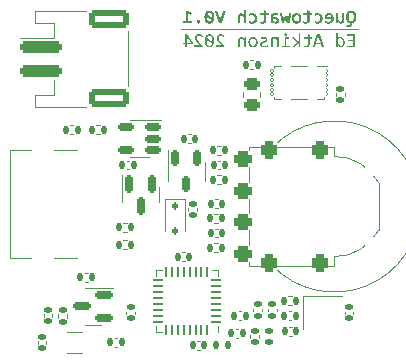
<source format=gbr>
%TF.GenerationSoftware,KiCad,Pcbnew,7.0.1*%
%TF.CreationDate,2024-01-11T23:21:17+00:00*%
%TF.ProjectId,Hardware,48617264-7761-4726-952e-6b696361645f,rev?*%
%TF.SameCoordinates,Original*%
%TF.FileFunction,Legend,Bot*%
%TF.FilePolarity,Positive*%
%FSLAX46Y46*%
G04 Gerber Fmt 4.6, Leading zero omitted, Abs format (unit mm)*
G04 Created by KiCad (PCBNEW 7.0.1) date 2024-01-11 23:21:17*
%MOMM*%
%LPD*%
G01*
G04 APERTURE LIST*
G04 Aperture macros list*
%AMRoundRect*
0 Rectangle with rounded corners*
0 $1 Rounding radius*
0 $2 $3 $4 $5 $6 $7 $8 $9 X,Y pos of 4 corners*
0 Add a 4 corners polygon primitive as box body*
4,1,4,$2,$3,$4,$5,$6,$7,$8,$9,$2,$3,0*
0 Add four circle primitives for the rounded corners*
1,1,$1+$1,$2,$3*
1,1,$1+$1,$4,$5*
1,1,$1+$1,$6,$7*
1,1,$1+$1,$8,$9*
0 Add four rect primitives between the rounded corners*
20,1,$1+$1,$2,$3,$4,$5,0*
20,1,$1+$1,$4,$5,$6,$7,0*
20,1,$1+$1,$6,$7,$8,$9,0*
20,1,$1+$1,$8,$9,$2,$3,0*%
G04 Aperture macros list end*
%ADD10C,0.120000*%
%ADD11C,0.240000*%
%ADD12C,0.150000*%
%ADD13C,0.100000*%
%ADD14RoundRect,0.140000X-0.170000X0.140000X-0.170000X-0.140000X0.170000X-0.140000X0.170000X0.140000X0*%
%ADD15RoundRect,0.140000X-0.140000X-0.170000X0.140000X-0.170000X0.140000X0.170000X-0.140000X0.170000X0*%
%ADD16RoundRect,0.135000X-0.185000X0.135000X-0.185000X-0.135000X0.185000X-0.135000X0.185000X0.135000X0*%
%ADD17RoundRect,0.150000X0.587500X0.150000X-0.587500X0.150000X-0.587500X-0.150000X0.587500X-0.150000X0*%
%ADD18RoundRect,0.135000X-0.135000X-0.185000X0.135000X-0.185000X0.135000X0.185000X-0.135000X0.185000X0*%
%ADD19RoundRect,0.150000X0.512500X0.150000X-0.512500X0.150000X-0.512500X-0.150000X0.512500X-0.150000X0*%
%ADD20RoundRect,0.135000X0.135000X0.185000X-0.135000X0.185000X-0.135000X-0.185000X0.135000X-0.185000X0*%
%ADD21R,1.000000X1.800000*%
%ADD22RoundRect,0.062500X0.062500X-0.337500X0.062500X0.337500X-0.062500X0.337500X-0.062500X-0.337500X0*%
%ADD23RoundRect,0.062500X0.337500X-0.062500X0.337500X0.062500X-0.337500X0.062500X-0.337500X-0.062500X0*%
%ADD24R,3.600000X3.600000*%
%ADD25RoundRect,0.147500X0.147500X0.172500X-0.147500X0.172500X-0.147500X-0.172500X0.147500X-0.172500X0*%
%ADD26C,0.650000*%
%ADD27R,1.240000X0.600000*%
%ADD28R,1.240000X0.300000*%
%ADD29O,1.800000X1.000000*%
%ADD30O,2.100000X1.000000*%
%ADD31RoundRect,0.250000X-1.500000X0.250000X-1.500000X-0.250000X1.500000X-0.250000X1.500000X0.250000X0*%
%ADD32RoundRect,0.250001X-1.449999X0.499999X-1.449999X-0.499999X1.449999X-0.499999X1.449999X0.499999X0*%
%ADD33RoundRect,0.250000X-0.450000X0.262500X-0.450000X-0.262500X0.450000X-0.262500X0.450000X0.262500X0*%
%ADD34R,1.150000X1.000000*%
%ADD35RoundRect,0.140000X0.170000X-0.140000X0.170000X0.140000X-0.170000X0.140000X-0.170000X-0.140000X0*%
%ADD36RoundRect,0.050000X0.100000X0.100000X-0.100000X0.100000X-0.100000X-0.100000X0.100000X-0.100000X0*%
%ADD37O,0.950000X0.300000*%
%ADD38R,0.400000X0.575000*%
%ADD39R,0.400000X0.675000*%
%ADD40R,2.600000X1.950000*%
%ADD41RoundRect,0.150000X-0.150000X0.512500X-0.150000X-0.512500X0.150000X-0.512500X0.150000X0.512500X0*%
%ADD42RoundRect,0.140000X0.140000X0.170000X-0.140000X0.170000X-0.140000X-0.170000X0.140000X-0.170000X0*%
%ADD43RoundRect,0.150000X-0.150000X0.587500X-0.150000X-0.587500X0.150000X-0.587500X0.150000X0.587500X0*%
%ADD44RoundRect,0.147500X-0.172500X0.147500X-0.172500X-0.147500X0.172500X-0.147500X0.172500X0.147500X0*%
%ADD45RoundRect,0.350000X0.350000X-0.400000X0.350000X0.400000X-0.350000X0.400000X-0.350000X-0.400000X0*%
%ADD46C,1.800000*%
%ADD47RoundRect,0.250000X0.141421X-0.494975X0.494975X-0.141421X-0.141421X0.494975X-0.494975X0.141421X0*%
%ADD48RoundRect,0.250000X0.494975X0.141421X0.141421X0.494975X-0.494975X-0.141421X-0.141421X-0.494975X0*%
%ADD49RoundRect,0.350000X0.400000X-0.350000X0.400000X0.350000X-0.400000X0.350000X-0.400000X-0.350000X0*%
%ADD50RoundRect,0.112500X-0.112500X0.187500X-0.112500X-0.187500X0.112500X-0.187500X0.112500X0.187500X0*%
G04 APERTURE END LIST*
D10*
X128500000Y-43000000D02*
X143500000Y-43000000D01*
D11*
G36*
X142921897Y-41410176D02*
G01*
X142938820Y-41410867D01*
X142955553Y-41412151D01*
X142972095Y-41414027D01*
X142988447Y-41416496D01*
X143004608Y-41419557D01*
X143020578Y-41423210D01*
X143036358Y-41427456D01*
X143051947Y-41432295D01*
X143067346Y-41437726D01*
X143082553Y-41443750D01*
X143092512Y-41448100D01*
X143107148Y-41455141D01*
X143121425Y-41462801D01*
X143135340Y-41471078D01*
X143148895Y-41479974D01*
X143162089Y-41489488D01*
X143174923Y-41499620D01*
X143187396Y-41510371D01*
X143199508Y-41521739D01*
X143211260Y-41533726D01*
X143222651Y-41546332D01*
X143233638Y-41559513D01*
X143244176Y-41573338D01*
X143250953Y-41582913D01*
X143257530Y-41592774D01*
X143263908Y-41602921D01*
X143270087Y-41613355D01*
X143276067Y-41624074D01*
X143281847Y-41635080D01*
X143287429Y-41646372D01*
X143292811Y-41657950D01*
X143297994Y-41669815D01*
X143302978Y-41681965D01*
X143307762Y-41694402D01*
X143312347Y-41707126D01*
X143316733Y-41720135D01*
X143320850Y-41733437D01*
X143324702Y-41747040D01*
X143328288Y-41760942D01*
X143331608Y-41775144D01*
X143334662Y-41789647D01*
X143337451Y-41804449D01*
X143339975Y-41819551D01*
X143342232Y-41834953D01*
X143344224Y-41850656D01*
X143345951Y-41866658D01*
X143347412Y-41882960D01*
X143348607Y-41899562D01*
X143349537Y-41916464D01*
X143350201Y-41933666D01*
X143350599Y-41951168D01*
X143350732Y-41968969D01*
X143350652Y-41983399D01*
X143350414Y-41997635D01*
X143350016Y-42011678D01*
X143349459Y-42025527D01*
X143348743Y-42039183D01*
X143347867Y-42052645D01*
X143346833Y-42065913D01*
X143345640Y-42078989D01*
X143344287Y-42091870D01*
X143342775Y-42104559D01*
X143341104Y-42117053D01*
X143339274Y-42129355D01*
X143337285Y-42141462D01*
X143335136Y-42153377D01*
X143332829Y-42165097D01*
X143330362Y-42176625D01*
X143324951Y-42199099D01*
X143318904Y-42220799D01*
X143312220Y-42241725D01*
X143304900Y-42261878D01*
X143296943Y-42281256D01*
X143288349Y-42299861D01*
X143279119Y-42317691D01*
X143269253Y-42334748D01*
X143258704Y-42350979D01*
X143247500Y-42366406D01*
X143235641Y-42381030D01*
X143223127Y-42394850D01*
X143209959Y-42407866D01*
X143196135Y-42420078D01*
X143181657Y-42431487D01*
X143166524Y-42442092D01*
X143150736Y-42451894D01*
X143134293Y-42460891D01*
X143117195Y-42469085D01*
X143099443Y-42476476D01*
X143081035Y-42483062D01*
X143061973Y-42488845D01*
X143042256Y-42493824D01*
X143021883Y-42498000D01*
X143021400Y-42508789D01*
X143020375Y-42524630D01*
X143018989Y-42540058D01*
X143017243Y-42555074D01*
X143015135Y-42569679D01*
X143012668Y-42583871D01*
X143009839Y-42597651D01*
X143006650Y-42611018D01*
X143003100Y-42623974D01*
X142999190Y-42636517D01*
X142994919Y-42648648D01*
X142993398Y-42652602D01*
X142988608Y-42664205D01*
X142983479Y-42675422D01*
X142978009Y-42686252D01*
X142972199Y-42696696D01*
X142966050Y-42706754D01*
X142957321Y-42719563D01*
X142947988Y-42731685D01*
X142938050Y-42743120D01*
X142927508Y-42753868D01*
X142922016Y-42758986D01*
X142910613Y-42768713D01*
X142898651Y-42777762D01*
X142886131Y-42786134D01*
X142873051Y-42793827D01*
X142859413Y-42800843D01*
X142845217Y-42807181D01*
X142834203Y-42811490D01*
X142822874Y-42815418D01*
X142815118Y-42817866D01*
X142803247Y-42821244D01*
X142791092Y-42824265D01*
X142778654Y-42826931D01*
X142765933Y-42829242D01*
X142752929Y-42831197D01*
X142739641Y-42832797D01*
X142726070Y-42834041D01*
X142712215Y-42834930D01*
X142698077Y-42835463D01*
X142683656Y-42835641D01*
X142675928Y-42835552D01*
X142660486Y-42834837D01*
X142645062Y-42833408D01*
X142629656Y-42831265D01*
X142618114Y-42829189D01*
X142606582Y-42826711D01*
X142595060Y-42823831D01*
X142583549Y-42820549D01*
X142572048Y-42816865D01*
X142560558Y-42812780D01*
X142552902Y-42809879D01*
X142541560Y-42805226D01*
X142530387Y-42800213D01*
X142519385Y-42794840D01*
X142508553Y-42789106D01*
X142497891Y-42783011D01*
X142487399Y-42776555D01*
X142477077Y-42769739D01*
X142466925Y-42762563D01*
X142456943Y-42755025D01*
X142447131Y-42747127D01*
X142540334Y-42610547D01*
X142543879Y-42613799D01*
X142552981Y-42621540D01*
X142562426Y-42628723D01*
X142572215Y-42635347D01*
X142582347Y-42641414D01*
X142592823Y-42646922D01*
X142603642Y-42651872D01*
X142608004Y-42653683D01*
X142621118Y-42658412D01*
X142634272Y-42662091D01*
X142647468Y-42664718D01*
X142660705Y-42666295D01*
X142673984Y-42666820D01*
X142687081Y-42666362D01*
X142699996Y-42664988D01*
X142712727Y-42662699D01*
X142725275Y-42659493D01*
X142728339Y-42658531D01*
X142740319Y-42653768D01*
X142751859Y-42647540D01*
X142761596Y-42640888D01*
X142770997Y-42633115D01*
X142779835Y-42624121D01*
X142788140Y-42613808D01*
X142794834Y-42603920D01*
X142801136Y-42593063D01*
X142807047Y-42581237D01*
X142810725Y-42572820D01*
X142814948Y-42561500D01*
X142818756Y-42549293D01*
X142822149Y-42536198D01*
X142825127Y-42522216D01*
X142827211Y-42510392D01*
X142829029Y-42498000D01*
X142819767Y-42495957D01*
X142806037Y-42492515D01*
X142792503Y-42488621D01*
X142779164Y-42484272D01*
X142766021Y-42479471D01*
X142753075Y-42474216D01*
X142740323Y-42468507D01*
X142727768Y-42462345D01*
X142715408Y-42455730D01*
X142703244Y-42448662D01*
X142691276Y-42441140D01*
X142683393Y-42435869D01*
X142671816Y-42427567D01*
X142660538Y-42418792D01*
X142649559Y-42409542D01*
X142638879Y-42399818D01*
X142628498Y-42389621D01*
X142618416Y-42378949D01*
X142608632Y-42367804D01*
X142599147Y-42356184D01*
X142589961Y-42344091D01*
X142581074Y-42331524D01*
X142572522Y-42318477D01*
X142564340Y-42304946D01*
X142556530Y-42290931D01*
X142549090Y-42276432D01*
X142542022Y-42261448D01*
X142535324Y-42245980D01*
X142528998Y-42230028D01*
X142523042Y-42213591D01*
X142519277Y-42202364D01*
X142515678Y-42190922D01*
X142512243Y-42179265D01*
X142508973Y-42167392D01*
X142505886Y-42155300D01*
X142502997Y-42142983D01*
X142500308Y-42130442D01*
X142497818Y-42117677D01*
X142495527Y-42104687D01*
X142493435Y-42091473D01*
X142491543Y-42078034D01*
X142489849Y-42064371D01*
X142488355Y-42050483D01*
X142487060Y-42036371D01*
X142485965Y-42022035D01*
X142485068Y-42007474D01*
X142484371Y-41992689D01*
X142483873Y-41977680D01*
X142483685Y-41968090D01*
X142697724Y-41968090D01*
X142697772Y-41978895D01*
X142698025Y-41994813D01*
X142698494Y-42010387D01*
X142699179Y-42025615D01*
X142700080Y-42040499D01*
X142701198Y-42055037D01*
X142702533Y-42069230D01*
X142704084Y-42083077D01*
X142705851Y-42096580D01*
X142707834Y-42109737D01*
X142710034Y-42122549D01*
X142712468Y-42134949D01*
X142715155Y-42146977D01*
X142718094Y-42158634D01*
X142721286Y-42169920D01*
X142725934Y-42184392D01*
X142731031Y-42198204D01*
X142736577Y-42211356D01*
X142742572Y-42223849D01*
X142749015Y-42235683D01*
X142755848Y-42246838D01*
X142763157Y-42257298D01*
X142770942Y-42267062D01*
X142779204Y-42276129D01*
X142787942Y-42284501D01*
X142797156Y-42292176D01*
X142806846Y-42299155D01*
X142817013Y-42305438D01*
X142827683Y-42311003D01*
X142838884Y-42315825D01*
X142850617Y-42319905D01*
X142862881Y-42323244D01*
X142875677Y-42325840D01*
X142889003Y-42327695D01*
X142902861Y-42328808D01*
X142917250Y-42329179D01*
X142931506Y-42328817D01*
X142945258Y-42327732D01*
X142958507Y-42325923D01*
X142971252Y-42323390D01*
X142983493Y-42320134D01*
X142995230Y-42316155D01*
X143006464Y-42311451D01*
X143017194Y-42306025D01*
X143027420Y-42299874D01*
X143037142Y-42293000D01*
X143046361Y-42285403D01*
X143055076Y-42277082D01*
X143063287Y-42268037D01*
X143070995Y-42258269D01*
X143078198Y-42247777D01*
X143084898Y-42236562D01*
X143091145Y-42224623D01*
X143096988Y-42211961D01*
X143102429Y-42198575D01*
X143107466Y-42184465D01*
X143112101Y-42169632D01*
X143116332Y-42154075D01*
X143120161Y-42137795D01*
X143123586Y-42120791D01*
X143126609Y-42103063D01*
X143129228Y-42084612D01*
X143131445Y-42065438D01*
X143133258Y-42045540D01*
X143134669Y-42024918D01*
X143135676Y-42003573D01*
X143136281Y-41981504D01*
X143136482Y-41958711D01*
X143136433Y-41947979D01*
X143136174Y-41932164D01*
X143135694Y-41916689D01*
X143134993Y-41901554D01*
X143134070Y-41886760D01*
X143132925Y-41872305D01*
X143131559Y-41858190D01*
X143129971Y-41844415D01*
X143128162Y-41830981D01*
X143126132Y-41817886D01*
X143123879Y-41805131D01*
X143121335Y-41792677D01*
X143118538Y-41780594D01*
X143115489Y-41768882D01*
X143112188Y-41757541D01*
X143107393Y-41742996D01*
X143102149Y-41729111D01*
X143096457Y-41715885D01*
X143090316Y-41703319D01*
X143083726Y-41691412D01*
X143076682Y-41680187D01*
X143069181Y-41669668D01*
X143061222Y-41659854D01*
X143052805Y-41650745D01*
X143043929Y-41642342D01*
X143034596Y-41634644D01*
X143024805Y-41627651D01*
X143014556Y-41621363D01*
X143003748Y-41615799D01*
X142992428Y-41610977D01*
X142980594Y-41606896D01*
X142968248Y-41603558D01*
X142955388Y-41600961D01*
X142942016Y-41599106D01*
X142928131Y-41597994D01*
X142913733Y-41597623D01*
X142899553Y-41597982D01*
X142885884Y-41599061D01*
X142872726Y-41600858D01*
X142860079Y-41603375D01*
X142847942Y-41606610D01*
X142836315Y-41610564D01*
X142825200Y-41615238D01*
X142814595Y-41620630D01*
X142804500Y-41626742D01*
X142794916Y-41633572D01*
X142785843Y-41641122D01*
X142777280Y-41649390D01*
X142769228Y-41658377D01*
X142761687Y-41668084D01*
X142754656Y-41678509D01*
X142748136Y-41689653D01*
X142742031Y-41701492D01*
X142736321Y-41714072D01*
X142731004Y-41727393D01*
X142726081Y-41741457D01*
X142721552Y-41756263D01*
X142717416Y-41771811D01*
X142713675Y-41788100D01*
X142710327Y-41805131D01*
X142707373Y-41822905D01*
X142704813Y-41841420D01*
X142702647Y-41860677D01*
X142700875Y-41880676D01*
X142699497Y-41901417D01*
X142698512Y-41922899D01*
X142697921Y-41945124D01*
X142697724Y-41968090D01*
X142483685Y-41968090D01*
X142483574Y-41962446D01*
X142483474Y-41946988D01*
X142483579Y-41930822D01*
X142483894Y-41914896D01*
X142484417Y-41899210D01*
X142485151Y-41883762D01*
X142486093Y-41868554D01*
X142487246Y-41853585D01*
X142488608Y-41838856D01*
X142490179Y-41824366D01*
X142491960Y-41810115D01*
X142493950Y-41796103D01*
X142496150Y-41782330D01*
X142498560Y-41768797D01*
X142501178Y-41755503D01*
X142504007Y-41742449D01*
X142507045Y-41729633D01*
X142510292Y-41717057D01*
X142513749Y-41704721D01*
X142517416Y-41692623D01*
X142521292Y-41680765D01*
X142525377Y-41669146D01*
X142529672Y-41657767D01*
X142534177Y-41646626D01*
X142538891Y-41635725D01*
X142543815Y-41625063D01*
X142554290Y-41604458D01*
X142565604Y-41584809D01*
X142577756Y-41566118D01*
X142590746Y-41548383D01*
X142597535Y-41539872D01*
X142611734Y-41523661D01*
X142626760Y-41508530D01*
X142642612Y-41494480D01*
X142659291Y-41481510D01*
X142676796Y-41469622D01*
X142695128Y-41458814D01*
X142714287Y-41449087D01*
X142734272Y-41440441D01*
X142755084Y-41432876D01*
X142776722Y-41426391D01*
X142799187Y-41420987D01*
X142810729Y-41418690D01*
X142822479Y-41416664D01*
X142834434Y-41414908D01*
X142846597Y-41413422D01*
X142858966Y-41412206D01*
X142871542Y-41411260D01*
X142884324Y-41410585D01*
X142897313Y-41410179D01*
X142910509Y-41410044D01*
X142921897Y-41410176D01*
G37*
G36*
X142144368Y-41653896D02*
G01*
X142144368Y-42207546D01*
X142144144Y-42220222D01*
X142143471Y-42232310D01*
X142141878Y-42247514D01*
X142139487Y-42261674D01*
X142136300Y-42274790D01*
X142132315Y-42286861D01*
X142127534Y-42297889D01*
X142120438Y-42310205D01*
X142118869Y-42312473D01*
X142110249Y-42322689D01*
X142100327Y-42331174D01*
X142089103Y-42337928D01*
X142076577Y-42342950D01*
X142062748Y-42346240D01*
X142050747Y-42347625D01*
X142041200Y-42347937D01*
X142028725Y-42347277D01*
X142016360Y-42345299D01*
X142004105Y-42342002D01*
X141991960Y-42337385D01*
X141979925Y-42331450D01*
X141968000Y-42324196D01*
X141956185Y-42315623D01*
X141944479Y-42305732D01*
X141935695Y-42297555D01*
X141926818Y-42288854D01*
X141917849Y-42279626D01*
X141908786Y-42269874D01*
X141899631Y-42259595D01*
X141890383Y-42248792D01*
X141881043Y-42237462D01*
X141871610Y-42225608D01*
X141862083Y-42213227D01*
X141852465Y-42200322D01*
X141846001Y-42191426D01*
X141846001Y-41653896D01*
X141644940Y-41653896D01*
X141644940Y-42498000D01*
X141818743Y-42498000D01*
X141823726Y-42373436D01*
X141831990Y-42383375D01*
X141840298Y-42393042D01*
X141848649Y-42402437D01*
X141857042Y-42411560D01*
X141865478Y-42420412D01*
X141873958Y-42428991D01*
X141877361Y-42432347D01*
X141885987Y-42440404D01*
X141896620Y-42449582D01*
X141907563Y-42458223D01*
X141918815Y-42466329D01*
X141930376Y-42473899D01*
X141936273Y-42477483D01*
X141948349Y-42484119D01*
X141960838Y-42490178D01*
X141973738Y-42495659D01*
X141984803Y-42499787D01*
X141996155Y-42503513D01*
X142005442Y-42506206D01*
X142017359Y-42509246D01*
X142029663Y-42511770D01*
X142042352Y-42513779D01*
X142055428Y-42515274D01*
X142068891Y-42516252D01*
X142082740Y-42516716D01*
X142088387Y-42516757D01*
X142100336Y-42516572D01*
X142115826Y-42515748D01*
X142130813Y-42514264D01*
X142145295Y-42512121D01*
X142159274Y-42509318D01*
X142172750Y-42505856D01*
X142185721Y-42501734D01*
X142198189Y-42496953D01*
X142201227Y-42495655D01*
X142212997Y-42490031D01*
X142224272Y-42483858D01*
X142235052Y-42477135D01*
X142245338Y-42469863D01*
X142255129Y-42462041D01*
X142264425Y-42453669D01*
X142273227Y-42444748D01*
X142281535Y-42435278D01*
X142289274Y-42425295D01*
X142296519Y-42414835D01*
X142303269Y-42403899D01*
X142309525Y-42392487D01*
X142315286Y-42380598D01*
X142320552Y-42368233D01*
X142325324Y-42355392D01*
X142329601Y-42342075D01*
X142333380Y-42328245D01*
X142336654Y-42314011D01*
X142339425Y-42299375D01*
X142341692Y-42284336D01*
X142343455Y-42268894D01*
X142344446Y-42257047D01*
X142345155Y-42244975D01*
X142345580Y-42232675D01*
X142345722Y-42220149D01*
X142345722Y-41653896D01*
X142144368Y-41653896D01*
G37*
G36*
X141069023Y-41635267D02*
G01*
X141085497Y-41635940D01*
X141101677Y-41637190D01*
X141117563Y-41639017D01*
X141133155Y-41641422D01*
X141148454Y-41644403D01*
X141163459Y-41647961D01*
X141178171Y-41652096D01*
X141192589Y-41656809D01*
X141206713Y-41662098D01*
X141220544Y-41667965D01*
X141229581Y-41672176D01*
X141242820Y-41678895D01*
X141255678Y-41686100D01*
X141268154Y-41693788D01*
X141280250Y-41701961D01*
X141291963Y-41710618D01*
X141303296Y-41719759D01*
X141314248Y-41729385D01*
X141324818Y-41739495D01*
X141335007Y-41750089D01*
X141344814Y-41761168D01*
X141351100Y-41768773D01*
X141360193Y-41780538D01*
X141368884Y-41792730D01*
X141377174Y-41805350D01*
X141385062Y-41818397D01*
X141392548Y-41831872D01*
X141399632Y-41845775D01*
X141406314Y-41860105D01*
X141412594Y-41874863D01*
X141418472Y-41890049D01*
X141423949Y-41905662D01*
X141427321Y-41916285D01*
X141431970Y-41932491D01*
X141436131Y-41949021D01*
X141439801Y-41965876D01*
X141442983Y-41983055D01*
X141444832Y-41994688D01*
X141446463Y-42006466D01*
X141447877Y-42018387D01*
X141449074Y-42030453D01*
X141450052Y-42042664D01*
X141450814Y-42055018D01*
X141451358Y-42067517D01*
X141451684Y-42080160D01*
X141451793Y-42092947D01*
X141451684Y-42105820D01*
X141451358Y-42118501D01*
X141450814Y-42130990D01*
X141450052Y-42143286D01*
X141449074Y-42155389D01*
X141447877Y-42167301D01*
X141446463Y-42179020D01*
X141443934Y-42196238D01*
X141440916Y-42213023D01*
X141437409Y-42229375D01*
X141433412Y-42245295D01*
X141428925Y-42260782D01*
X141423949Y-42275836D01*
X141420336Y-42285593D01*
X141414555Y-42299859D01*
X141408342Y-42313682D01*
X141401696Y-42327061D01*
X141394617Y-42339998D01*
X141387105Y-42352492D01*
X141379161Y-42364542D01*
X141370784Y-42376150D01*
X141361974Y-42387314D01*
X141352731Y-42398035D01*
X141343056Y-42408314D01*
X141336371Y-42414916D01*
X141326004Y-42424438D01*
X141315230Y-42433501D01*
X141304050Y-42442106D01*
X141292462Y-42450252D01*
X141280467Y-42457940D01*
X141268066Y-42465169D01*
X141255257Y-42471939D01*
X141242041Y-42478251D01*
X141228418Y-42484105D01*
X141214389Y-42489500D01*
X141199983Y-42494371D01*
X141185232Y-42498763D01*
X141170136Y-42502676D01*
X141154694Y-42506110D01*
X141138908Y-42509065D01*
X141122776Y-42511540D01*
X141106299Y-42513536D01*
X141089477Y-42515054D01*
X141072309Y-42516092D01*
X141054797Y-42516651D01*
X141042930Y-42516757D01*
X141038194Y-42516747D01*
X141026263Y-42516631D01*
X141014203Y-42516386D01*
X141002014Y-42516013D01*
X140989696Y-42515511D01*
X140977250Y-42514879D01*
X140964675Y-42514120D01*
X140959622Y-42513779D01*
X140947021Y-42512839D01*
X140934463Y-42511770D01*
X140921948Y-42510572D01*
X140909476Y-42509246D01*
X140897047Y-42507790D01*
X140884661Y-42506206D01*
X140879722Y-42505541D01*
X140867434Y-42503828D01*
X140855233Y-42502043D01*
X140843117Y-42500187D01*
X140831087Y-42498259D01*
X140819143Y-42496260D01*
X140807285Y-42494189D01*
X140802580Y-42493341D01*
X140788728Y-42490727D01*
X140775268Y-42488010D01*
X140762199Y-42485190D01*
X140749522Y-42482268D01*
X140737236Y-42479242D01*
X140737236Y-42310421D01*
X140746594Y-42312869D01*
X140760554Y-42316377D01*
X140774422Y-42319690D01*
X140788197Y-42322807D01*
X140801879Y-42325728D01*
X140815468Y-42328454D01*
X140828964Y-42330983D01*
X140842368Y-42333317D01*
X140855679Y-42335455D01*
X140868897Y-42337397D01*
X140882023Y-42339144D01*
X140894973Y-42340715D01*
X140907773Y-42342132D01*
X140920423Y-42343394D01*
X140932925Y-42344502D01*
X140945277Y-42345455D01*
X140957479Y-42346254D01*
X140969532Y-42346898D01*
X140981436Y-42347387D01*
X140997075Y-42347799D01*
X141012449Y-42347937D01*
X141019007Y-42347879D01*
X141031903Y-42347421D01*
X141044506Y-42346506D01*
X141056815Y-42345132D01*
X141068832Y-42343300D01*
X141080556Y-42341010D01*
X141094798Y-42337504D01*
X141108583Y-42333282D01*
X141113957Y-42331362D01*
X141126971Y-42326111D01*
X141139385Y-42320217D01*
X141151197Y-42313678D01*
X141162408Y-42306495D01*
X141173019Y-42298668D01*
X141183028Y-42290198D01*
X141186821Y-42286591D01*
X141195833Y-42277114D01*
X141204172Y-42266979D01*
X141211838Y-42256186D01*
X141218832Y-42244734D01*
X141225153Y-42232624D01*
X141230802Y-42219856D01*
X141233787Y-42211881D01*
X141238111Y-42198075D01*
X141240982Y-42186567D01*
X141243331Y-42174646D01*
X141245159Y-42162314D01*
X141246464Y-42149569D01*
X141247247Y-42136412D01*
X141247508Y-42122842D01*
X140696789Y-42122842D01*
X140695852Y-42111927D01*
X140694888Y-42098828D01*
X140694064Y-42085336D01*
X140693470Y-42073459D01*
X140692979Y-42061293D01*
X140692907Y-42059235D01*
X140692466Y-42045503D01*
X140692138Y-42032949D01*
X140691899Y-42020044D01*
X140691807Y-42007364D01*
X140691901Y-41997231D01*
X140692393Y-41982224D01*
X140692978Y-41972780D01*
X140896091Y-41972780D01*
X141243991Y-41972780D01*
X141242701Y-41961764D01*
X141240186Y-41945832D01*
X141236975Y-41930611D01*
X141233069Y-41916101D01*
X141228467Y-41902303D01*
X141223170Y-41889215D01*
X141217178Y-41876838D01*
X141210489Y-41865172D01*
X141203106Y-41854217D01*
X141195027Y-41843973D01*
X141186252Y-41834441D01*
X141180064Y-41828478D01*
X141170382Y-41820255D01*
X141160222Y-41812898D01*
X141149582Y-41806407D01*
X141138463Y-41800781D01*
X141126865Y-41796020D01*
X141114788Y-41792125D01*
X141102232Y-41789096D01*
X141089196Y-41786932D01*
X141075682Y-41785634D01*
X141061688Y-41785201D01*
X141057383Y-41785245D01*
X141044689Y-41785897D01*
X141032324Y-41787333D01*
X141020289Y-41789552D01*
X141008584Y-41792554D01*
X140997208Y-41796339D01*
X140993464Y-41797778D01*
X140982590Y-41802658D01*
X140972252Y-41808384D01*
X140962449Y-41814955D01*
X140953182Y-41822370D01*
X140944451Y-41830630D01*
X140941633Y-41833574D01*
X140933644Y-41842995D01*
X140926355Y-41853303D01*
X140919768Y-41864496D01*
X140913881Y-41876576D01*
X140908694Y-41889542D01*
X140906342Y-41896299D01*
X140902961Y-41908043D01*
X140900252Y-41920388D01*
X140898215Y-41933334D01*
X140896851Y-41946881D01*
X140896160Y-41961029D01*
X140896091Y-41972780D01*
X140692978Y-41972780D01*
X140693309Y-41967449D01*
X140694647Y-41952906D01*
X140696407Y-41938594D01*
X140698590Y-41924515D01*
X140701195Y-41910667D01*
X140704222Y-41897051D01*
X140707673Y-41883667D01*
X140711545Y-41870515D01*
X140715840Y-41857595D01*
X140718896Y-41849132D01*
X140723810Y-41836712D01*
X140729121Y-41824622D01*
X140734828Y-41812862D01*
X140740933Y-41801431D01*
X140747434Y-41790330D01*
X140754331Y-41779559D01*
X140761626Y-41769118D01*
X140769317Y-41759006D01*
X140777405Y-41749224D01*
X140785889Y-41739772D01*
X140791729Y-41733666D01*
X140800820Y-41724830D01*
X140810307Y-41716380D01*
X140820191Y-41708316D01*
X140830472Y-41700639D01*
X140841150Y-41693348D01*
X140852224Y-41686443D01*
X140863695Y-41679925D01*
X140875562Y-41673793D01*
X140887827Y-41668048D01*
X140900488Y-41662689D01*
X140909105Y-41659353D01*
X140922337Y-41654752D01*
X140935933Y-41650636D01*
X140949896Y-41647003D01*
X140964225Y-41643856D01*
X140978919Y-41641192D01*
X140993979Y-41639013D01*
X141009405Y-41637318D01*
X141025197Y-41636107D01*
X141041355Y-41635381D01*
X141057878Y-41635138D01*
X141069023Y-41635267D01*
G37*
G36*
X139821032Y-42479242D02*
G01*
X139835971Y-42483849D01*
X139847259Y-42487100D01*
X139858619Y-42490175D01*
X139870051Y-42493076D01*
X139881555Y-42495801D01*
X139893132Y-42498352D01*
X139904781Y-42500727D01*
X139916501Y-42502927D01*
X139928294Y-42504951D01*
X139940159Y-42506801D01*
X139944130Y-42507378D01*
X139956052Y-42509055D01*
X139968077Y-42510566D01*
X139980205Y-42511912D01*
X139992436Y-42513094D01*
X140004769Y-42514110D01*
X140017206Y-42514962D01*
X140029746Y-42515649D01*
X140042389Y-42516171D01*
X140055135Y-42516528D01*
X140067984Y-42516721D01*
X140076608Y-42516757D01*
X140088984Y-42516650D01*
X140101200Y-42516327D01*
X140113256Y-42515789D01*
X140125151Y-42515035D01*
X140136886Y-42514067D01*
X140154188Y-42512210D01*
X140171130Y-42509870D01*
X140187711Y-42507045D01*
X140203931Y-42503735D01*
X140219790Y-42499942D01*
X140235289Y-42495664D01*
X140250428Y-42490902D01*
X140255394Y-42489207D01*
X140270023Y-42483752D01*
X140284234Y-42477828D01*
X140298029Y-42471435D01*
X140311406Y-42464573D01*
X140324366Y-42457243D01*
X140336908Y-42449444D01*
X140349034Y-42441176D01*
X140360742Y-42432439D01*
X140372032Y-42423233D01*
X140382905Y-42413558D01*
X140389923Y-42406848D01*
X140400027Y-42396397D01*
X140409679Y-42385488D01*
X140418877Y-42374120D01*
X140427621Y-42362294D01*
X140435913Y-42350009D01*
X140443751Y-42337265D01*
X140451135Y-42324063D01*
X140458066Y-42310403D01*
X140464544Y-42296284D01*
X140470568Y-42281706D01*
X140474333Y-42271733D01*
X140479571Y-42256349D01*
X140484293Y-42240532D01*
X140488501Y-42224283D01*
X140492193Y-42207601D01*
X140495370Y-42190486D01*
X140497202Y-42178836D01*
X140498805Y-42166993D01*
X140500179Y-42154958D01*
X140501324Y-42142730D01*
X140502239Y-42130311D01*
X140502926Y-42117699D01*
X140503384Y-42104894D01*
X140503613Y-42091897D01*
X140503642Y-42085327D01*
X140503518Y-42072581D01*
X140503147Y-42059988D01*
X140502529Y-42047549D01*
X140501664Y-42035263D01*
X140500551Y-42023131D01*
X140499191Y-42011152D01*
X140497583Y-41999326D01*
X140495729Y-41987654D01*
X140492483Y-41970434D01*
X140488681Y-41953558D01*
X140484322Y-41937028D01*
X140479407Y-41920843D01*
X140473936Y-41905003D01*
X140471988Y-41899800D01*
X140465774Y-41884409D01*
X140459112Y-41869451D01*
X140452001Y-41854926D01*
X140444442Y-41840834D01*
X140436435Y-41827174D01*
X140427980Y-41813947D01*
X140419076Y-41801153D01*
X140409724Y-41788792D01*
X140399925Y-41776863D01*
X140389676Y-41765367D01*
X140382595Y-41757944D01*
X140371563Y-41747135D01*
X140360119Y-41736800D01*
X140348262Y-41726939D01*
X140335994Y-41717552D01*
X140323313Y-41708639D01*
X140310220Y-41700200D01*
X140296715Y-41692235D01*
X140282798Y-41684744D01*
X140268468Y-41677727D01*
X140253727Y-41671184D01*
X140243670Y-41667085D01*
X140228233Y-41661376D01*
X140212476Y-41656228D01*
X140196400Y-41651642D01*
X140180005Y-41647618D01*
X140163290Y-41644155D01*
X140146256Y-41641253D01*
X140128902Y-41638913D01*
X140117156Y-41637665D01*
X140105267Y-41636667D01*
X140093237Y-41635918D01*
X140081064Y-41635419D01*
X140068750Y-41635170D01*
X140062539Y-41635138D01*
X140047489Y-41635234D01*
X140032891Y-41635520D01*
X140018747Y-41635996D01*
X140005057Y-41636663D01*
X139991820Y-41637521D01*
X139979036Y-41638570D01*
X139966705Y-41639809D01*
X139954828Y-41641238D01*
X139939697Y-41643441D01*
X139925373Y-41645983D01*
X139911625Y-41648708D01*
X139898225Y-41651606D01*
X139885173Y-41654679D01*
X139872470Y-41657926D01*
X139860114Y-41661347D01*
X139848106Y-41664942D01*
X139836447Y-41668711D01*
X139825135Y-41672654D01*
X139825135Y-41860233D01*
X139838022Y-41853684D01*
X139851184Y-41847520D01*
X139864620Y-41841740D01*
X139878331Y-41836346D01*
X139892317Y-41831336D01*
X139906578Y-41826710D01*
X139921114Y-41822470D01*
X139935924Y-41818614D01*
X139950775Y-41815179D01*
X139965435Y-41812202D01*
X139979901Y-41809683D01*
X139994176Y-41807623D01*
X140008258Y-41806020D01*
X140022148Y-41804875D01*
X140035845Y-41804188D01*
X140049350Y-41803959D01*
X140063167Y-41804270D01*
X140076626Y-41805205D01*
X140089728Y-41806762D01*
X140102473Y-41808942D01*
X140114861Y-41811744D01*
X140126891Y-41815170D01*
X140138565Y-41819218D01*
X140149881Y-41823889D01*
X140160798Y-41829115D01*
X140171276Y-41834825D01*
X140181315Y-41841021D01*
X140193244Y-41849449D01*
X140204487Y-41858635D01*
X140215043Y-41868580D01*
X140224912Y-41879284D01*
X140232308Y-41888388D01*
X140239255Y-41897968D01*
X140245754Y-41908025D01*
X140251803Y-41918558D01*
X140257404Y-41929567D01*
X140262556Y-41941053D01*
X140267259Y-41953014D01*
X140271514Y-41965452D01*
X140275292Y-41978284D01*
X140278566Y-41991428D01*
X140281337Y-42004882D01*
X140283604Y-42018648D01*
X140285367Y-42032726D01*
X140286626Y-42047115D01*
X140287382Y-42061815D01*
X140287634Y-42076827D01*
X140287482Y-42088584D01*
X140286806Y-42103907D01*
X140285590Y-42118827D01*
X140283834Y-42133345D01*
X140281537Y-42147459D01*
X140278700Y-42161170D01*
X140275323Y-42174478D01*
X140271405Y-42187383D01*
X140270341Y-42190547D01*
X140265794Y-42202843D01*
X140260797Y-42214672D01*
X140255352Y-42226034D01*
X140249458Y-42236928D01*
X140243116Y-42247356D01*
X140236324Y-42257316D01*
X140229084Y-42266810D01*
X140221395Y-42275836D01*
X140213216Y-42284304D01*
X140202451Y-42294180D01*
X140191085Y-42303269D01*
X140179118Y-42311571D01*
X140166550Y-42319086D01*
X140156063Y-42324531D01*
X140145191Y-42329472D01*
X140133898Y-42333800D01*
X140122293Y-42337550D01*
X140110377Y-42340724D01*
X140098150Y-42343321D01*
X140085611Y-42345340D01*
X140072761Y-42346783D01*
X140059599Y-42347648D01*
X140046126Y-42347937D01*
X140032754Y-42347680D01*
X140020753Y-42347035D01*
X140008471Y-42345997D01*
X139995909Y-42344567D01*
X139990439Y-42343833D01*
X139977616Y-42341856D01*
X139964793Y-42339514D01*
X139951971Y-42336807D01*
X139939148Y-42333735D01*
X139931821Y-42331817D01*
X139919040Y-42328256D01*
X139906343Y-42324500D01*
X139893731Y-42320547D01*
X139881203Y-42316397D01*
X139874082Y-42313938D01*
X139861826Y-42309366D01*
X139849935Y-42304626D01*
X139838408Y-42299717D01*
X139827247Y-42294640D01*
X139821032Y-42291663D01*
X139821032Y-42479242D01*
G37*
G36*
X138885191Y-42498000D02*
G01*
X138898829Y-42500069D01*
X138912485Y-42502030D01*
X138926160Y-42503880D01*
X138939853Y-42505620D01*
X138953564Y-42507250D01*
X138967293Y-42508771D01*
X138981041Y-42510181D01*
X138994807Y-42511482D01*
X139008496Y-42512718D01*
X139022010Y-42513790D01*
X139035350Y-42514697D01*
X139048516Y-42515438D01*
X139061509Y-42516015D01*
X139074327Y-42516428D01*
X139086971Y-42516675D01*
X139099441Y-42516757D01*
X139114685Y-42516603D01*
X139129532Y-42516139D01*
X139143983Y-42515366D01*
X139158036Y-42514284D01*
X139171693Y-42512893D01*
X139184954Y-42511193D01*
X139197818Y-42509184D01*
X139210285Y-42506866D01*
X139222355Y-42504238D01*
X139234028Y-42501301D01*
X139241590Y-42499172D01*
X139256217Y-42494487D01*
X139270203Y-42489225D01*
X139283548Y-42483386D01*
X139296252Y-42476970D01*
X139308314Y-42469977D01*
X139319736Y-42462407D01*
X139330516Y-42454260D01*
X139340655Y-42445536D01*
X139350085Y-42436148D01*
X139358882Y-42426155D01*
X139367047Y-42415558D01*
X139374581Y-42404357D01*
X139381482Y-42392551D01*
X139387751Y-42380140D01*
X139393389Y-42367125D01*
X139398394Y-42353505D01*
X139402722Y-42339181D01*
X139406473Y-42324196D01*
X139408907Y-42312525D01*
X139411017Y-42300483D01*
X139412802Y-42288070D01*
X139414262Y-42275287D01*
X139415398Y-42262132D01*
X139416210Y-42248606D01*
X139416697Y-42234710D01*
X139416859Y-42220442D01*
X139416859Y-41803959D01*
X139641953Y-41803959D01*
X139641953Y-41653896D01*
X139416859Y-41653896D01*
X139416859Y-41443750D01*
X139210816Y-41391286D01*
X139210816Y-41653896D01*
X138885191Y-41653896D01*
X138885191Y-41803959D01*
X139210816Y-41803959D01*
X139210816Y-42201684D01*
X139210527Y-42214896D01*
X139209662Y-42227496D01*
X139208219Y-42239482D01*
X139205398Y-42254510D01*
X139201551Y-42268447D01*
X139196679Y-42281295D01*
X139190780Y-42293053D01*
X139183856Y-42303721D01*
X139177989Y-42311007D01*
X139169018Y-42319663D01*
X139158664Y-42327164D01*
X139146926Y-42333511D01*
X139133806Y-42338704D01*
X139119303Y-42342743D01*
X139107517Y-42345016D01*
X139094954Y-42346638D01*
X139081613Y-42347612D01*
X139067494Y-42347937D01*
X139055152Y-42347850D01*
X139042893Y-42347589D01*
X139030716Y-42347154D01*
X139018621Y-42346545D01*
X139006609Y-42345761D01*
X138994679Y-42344804D01*
X138982832Y-42343673D01*
X138971067Y-42342368D01*
X138959403Y-42340880D01*
X138945196Y-42338955D01*
X138931405Y-42336958D01*
X138918028Y-42334890D01*
X138905066Y-42332751D01*
X138892520Y-42330540D01*
X138885191Y-42329179D01*
X138885191Y-42498000D01*
G37*
G36*
X138301499Y-41635170D02*
G01*
X138313399Y-41635419D01*
X138325145Y-41635918D01*
X138342477Y-41637135D01*
X138359464Y-41638913D01*
X138376106Y-41641253D01*
X138392403Y-41644155D01*
X138408354Y-41647618D01*
X138423961Y-41651642D01*
X138439222Y-41656228D01*
X138454138Y-41661376D01*
X138468708Y-41667085D01*
X138478180Y-41671182D01*
X138492048Y-41677713D01*
X138505510Y-41684707D01*
X138518564Y-41692166D01*
X138531211Y-41700088D01*
X138543451Y-41708474D01*
X138555285Y-41717323D01*
X138566711Y-41726636D01*
X138577730Y-41736413D01*
X138588343Y-41746653D01*
X138598548Y-41757357D01*
X138605083Y-41764707D01*
X138614525Y-41776086D01*
X138623534Y-41787894D01*
X138632110Y-41800129D01*
X138640254Y-41812792D01*
X138647965Y-41825882D01*
X138655243Y-41839400D01*
X138662088Y-41853346D01*
X138668500Y-41867719D01*
X138674480Y-41882520D01*
X138680027Y-41897748D01*
X138685108Y-41913350D01*
X138689689Y-41929272D01*
X138693770Y-41945512D01*
X138697352Y-41962073D01*
X138700433Y-41978952D01*
X138703015Y-41996151D01*
X138704459Y-42007795D01*
X138705681Y-42019580D01*
X138706680Y-42031508D01*
X138707458Y-42043577D01*
X138708013Y-42055789D01*
X138708346Y-42068142D01*
X138708457Y-42080637D01*
X138708351Y-42094124D01*
X138708031Y-42107400D01*
X138707499Y-42120466D01*
X138706753Y-42133321D01*
X138705795Y-42145965D01*
X138704624Y-42158398D01*
X138703240Y-42170621D01*
X138701643Y-42182633D01*
X138699833Y-42194435D01*
X138697810Y-42206025D01*
X138694376Y-42223017D01*
X138690463Y-42239534D01*
X138686071Y-42255577D01*
X138681200Y-42271147D01*
X138677700Y-42281262D01*
X138672102Y-42296035D01*
X138666087Y-42310329D01*
X138659655Y-42324144D01*
X138652805Y-42337480D01*
X138645538Y-42350337D01*
X138637854Y-42362715D01*
X138629753Y-42374613D01*
X138621234Y-42386033D01*
X138612298Y-42396973D01*
X138602944Y-42407434D01*
X138596482Y-42414143D01*
X138586463Y-42423812D01*
X138576053Y-42433006D01*
X138565251Y-42441727D01*
X138554057Y-42449974D01*
X138542472Y-42457746D01*
X138530496Y-42465045D01*
X138518127Y-42471870D01*
X138505368Y-42478220D01*
X138492216Y-42484097D01*
X138478673Y-42489500D01*
X138469402Y-42492801D01*
X138455212Y-42497352D01*
X138440681Y-42501425D01*
X138425811Y-42505019D01*
X138410601Y-42508133D01*
X138395050Y-42510768D01*
X138379160Y-42512924D01*
X138362929Y-42514601D01*
X138346359Y-42515799D01*
X138329448Y-42516518D01*
X138312197Y-42516757D01*
X138306082Y-42516726D01*
X138293978Y-42516474D01*
X138282044Y-42515970D01*
X138264460Y-42514742D01*
X138247258Y-42512948D01*
X138230436Y-42510586D01*
X138213996Y-42507658D01*
X138197938Y-42504164D01*
X138182260Y-42500102D01*
X138166964Y-42495474D01*
X138152049Y-42490279D01*
X138137515Y-42484517D01*
X138128010Y-42480348D01*
X138114105Y-42473707D01*
X138100622Y-42466602D01*
X138087562Y-42459034D01*
X138074924Y-42451002D01*
X138062709Y-42442506D01*
X138050916Y-42433547D01*
X138039545Y-42424124D01*
X138028597Y-42414237D01*
X138018072Y-42403887D01*
X138007969Y-42393073D01*
X138001471Y-42385581D01*
X137992090Y-42373999D01*
X137983147Y-42362005D01*
X137974642Y-42349599D01*
X137966575Y-42336781D01*
X137958946Y-42323551D01*
X137951755Y-42309908D01*
X137945001Y-42295853D01*
X137938686Y-42281387D01*
X137932808Y-42266508D01*
X137927368Y-42251217D01*
X137923961Y-42240819D01*
X137919263Y-42224973D01*
X137915059Y-42208828D01*
X137911349Y-42192385D01*
X137908134Y-42175642D01*
X137905414Y-42158601D01*
X137903188Y-42141261D01*
X137901979Y-42129536D01*
X137900990Y-42117677D01*
X137900221Y-42105685D01*
X137899671Y-42093561D01*
X137899342Y-42081304D01*
X137899276Y-42073896D01*
X138108499Y-42073896D01*
X138108682Y-42088216D01*
X138109232Y-42102308D01*
X138110148Y-42116170D01*
X138111430Y-42129803D01*
X138113078Y-42143208D01*
X138115093Y-42156383D01*
X138117475Y-42169330D01*
X138120223Y-42182047D01*
X138120948Y-42185167D01*
X138124081Y-42197394D01*
X138127580Y-42209219D01*
X138131445Y-42220640D01*
X138135676Y-42231658D01*
X138141481Y-42244865D01*
X138147858Y-42257441D01*
X138154807Y-42269388D01*
X138157721Y-42273941D01*
X138165496Y-42284773D01*
X138173973Y-42294818D01*
X138183151Y-42304076D01*
X138193029Y-42312547D01*
X138203610Y-42320231D01*
X138214891Y-42327127D01*
X138224334Y-42332004D01*
X138236730Y-42337186D01*
X138249785Y-42341352D01*
X138263498Y-42344502D01*
X138277869Y-42346636D01*
X138289840Y-42347612D01*
X138302232Y-42347937D01*
X138313512Y-42347669D01*
X138329864Y-42346262D01*
X138345537Y-42343650D01*
X138360529Y-42339833D01*
X138374841Y-42334809D01*
X138388473Y-42328581D01*
X138401425Y-42321146D01*
X138413698Y-42312506D01*
X138425290Y-42302661D01*
X138436201Y-42291610D01*
X138446433Y-42279353D01*
X138452822Y-42270520D01*
X138461632Y-42256297D01*
X138469514Y-42240903D01*
X138474254Y-42229991D01*
X138478582Y-42218560D01*
X138482497Y-42206608D01*
X138486001Y-42194137D01*
X138489092Y-42181146D01*
X138491771Y-42167635D01*
X138494038Y-42153604D01*
X138495892Y-42139054D01*
X138497335Y-42123984D01*
X138498365Y-42108394D01*
X138498984Y-42092284D01*
X138499190Y-42075655D01*
X138499016Y-42061696D01*
X138498494Y-42047958D01*
X138497624Y-42034439D01*
X138496405Y-42021140D01*
X138494839Y-42008061D01*
X138492925Y-41995201D01*
X138490663Y-41982562D01*
X138488052Y-41970142D01*
X138485071Y-41957956D01*
X138481696Y-41946163D01*
X138477927Y-41934765D01*
X138472662Y-41921071D01*
X138466781Y-41907992D01*
X138460286Y-41895528D01*
X138453174Y-41883680D01*
X138450120Y-41879090D01*
X138442043Y-41868166D01*
X138433336Y-41858030D01*
X138423999Y-41848680D01*
X138414033Y-41840118D01*
X138403437Y-41832343D01*
X138392211Y-41825355D01*
X138389870Y-41824038D01*
X138377707Y-41818084D01*
X138364785Y-41813173D01*
X138351105Y-41809308D01*
X138339615Y-41806968D01*
X138327640Y-41805296D01*
X138315179Y-41804293D01*
X138302232Y-41803959D01*
X138290471Y-41804223D01*
X138273511Y-41805612D01*
X138257371Y-41808191D01*
X138242050Y-41811959D01*
X138227548Y-41816918D01*
X138213865Y-41823067D01*
X138201001Y-41830406D01*
X138188957Y-41838935D01*
X138177731Y-41848654D01*
X138167325Y-41859564D01*
X138157738Y-41871663D01*
X138154709Y-41875960D01*
X138146198Y-41889633D01*
X138138552Y-41904481D01*
X138131772Y-41920504D01*
X138127733Y-41931838D01*
X138124079Y-41943695D01*
X138120809Y-41956073D01*
X138117924Y-41968974D01*
X138115423Y-41982397D01*
X138113307Y-41996341D01*
X138111576Y-42010808D01*
X138110230Y-42025797D01*
X138109268Y-42041308D01*
X138108691Y-42057341D01*
X138108499Y-42073896D01*
X137899276Y-42073896D01*
X137899232Y-42068914D01*
X137899258Y-42062289D01*
X137899469Y-42049189D01*
X137899890Y-42036289D01*
X137900522Y-42023587D01*
X137901365Y-42011085D01*
X137902418Y-41998782D01*
X137903682Y-41986678D01*
X137905156Y-41974774D01*
X137906842Y-41963068D01*
X137909765Y-41945884D01*
X137913162Y-41929148D01*
X137917032Y-41912860D01*
X137921377Y-41897020D01*
X137926196Y-41881628D01*
X137929625Y-41871583D01*
X137935125Y-41856902D01*
X137941052Y-41842684D01*
X137947407Y-41828930D01*
X137954190Y-41815639D01*
X137961400Y-41802812D01*
X137969038Y-41790449D01*
X137977103Y-41778550D01*
X137985596Y-41767114D01*
X137994517Y-41756142D01*
X138003865Y-41745634D01*
X138010328Y-41738888D01*
X138020353Y-41729165D01*
X138030775Y-41719915D01*
X138041593Y-41711139D01*
X138052808Y-41702838D01*
X138064420Y-41695010D01*
X138076428Y-41687657D01*
X138088833Y-41680777D01*
X138101635Y-41674371D01*
X138114834Y-41668440D01*
X138128429Y-41662982D01*
X138137668Y-41659610D01*
X138151828Y-41654961D01*
X138166348Y-41650800D01*
X138181229Y-41647130D01*
X138196470Y-41643948D01*
X138212072Y-41641256D01*
X138228034Y-41639054D01*
X138244358Y-41637341D01*
X138261042Y-41636117D01*
X138278086Y-41635383D01*
X138295491Y-41635138D01*
X138301499Y-41635170D01*
G37*
G36*
X137043112Y-42498000D02*
G01*
X137266740Y-42498000D01*
X137355547Y-42216339D01*
X137382805Y-42118446D01*
X137410062Y-42218976D01*
X137495645Y-42498000D01*
X137719860Y-42498000D01*
X137838562Y-41653896D01*
X137647466Y-41653896D01*
X137587382Y-42153910D01*
X137573314Y-42269681D01*
X137539608Y-42147169D01*
X137455491Y-41878990D01*
X137302204Y-41878990D01*
X137212225Y-42145411D01*
X137173537Y-42271440D01*
X137158003Y-42135739D01*
X137107592Y-41653896D01*
X136925289Y-41653896D01*
X137043112Y-42498000D01*
G37*
G36*
X136475736Y-41635181D02*
G01*
X136491546Y-41635403D01*
X136507249Y-41635816D01*
X136522843Y-41636420D01*
X136538329Y-41637214D01*
X136553707Y-41638199D01*
X136568977Y-41639374D01*
X136584138Y-41640741D01*
X136599191Y-41642297D01*
X136614137Y-41644045D01*
X136628973Y-41645983D01*
X136638720Y-41647323D01*
X136653069Y-41649416D01*
X136667094Y-41651606D01*
X136680794Y-41653895D01*
X136694169Y-41656281D01*
X136707220Y-41658765D01*
X136719946Y-41661347D01*
X136732348Y-41664027D01*
X136744425Y-41666805D01*
X136756178Y-41669681D01*
X136767606Y-41672654D01*
X136767606Y-41841475D01*
X136759125Y-41838188D01*
X136746341Y-41833433D01*
X136733479Y-41828890D01*
X136720540Y-41824558D01*
X136707523Y-41820437D01*
X136694429Y-41816528D01*
X136681258Y-41812830D01*
X136668010Y-41809343D01*
X136654684Y-41806067D01*
X136641281Y-41803002D01*
X136627801Y-41800149D01*
X136618781Y-41798339D01*
X136605220Y-41795843D01*
X136591623Y-41793609D01*
X136577990Y-41791639D01*
X136564320Y-41789931D01*
X136550615Y-41788486D01*
X136536874Y-41787303D01*
X136523097Y-41786384D01*
X136509283Y-41785727D01*
X136495434Y-41785333D01*
X136481548Y-41785201D01*
X136467259Y-41785437D01*
X136453699Y-41786146D01*
X136440869Y-41787326D01*
X136428769Y-41788979D01*
X136415212Y-41791586D01*
X136402707Y-41794873D01*
X136392925Y-41798096D01*
X136381962Y-41802492D01*
X136370239Y-41808351D01*
X136359666Y-41814995D01*
X136350244Y-41822424D01*
X136348990Y-41823549D01*
X136339749Y-41833106D01*
X136331900Y-41843653D01*
X136325442Y-41855189D01*
X136320934Y-41866094D01*
X136318805Y-41872565D01*
X136315761Y-41884352D01*
X136313588Y-41896728D01*
X136312283Y-41909693D01*
X136311849Y-41923247D01*
X136311849Y-41972780D01*
X136421465Y-41972780D01*
X136427923Y-41972800D01*
X136440684Y-41972965D01*
X136453237Y-41973295D01*
X136465581Y-41973789D01*
X136477717Y-41974449D01*
X136489644Y-41975273D01*
X136507145Y-41976819D01*
X136524176Y-41978735D01*
X136540739Y-41981023D01*
X136556833Y-41983681D01*
X136572458Y-41986711D01*
X136587615Y-41990111D01*
X136602302Y-41993882D01*
X136611838Y-41996582D01*
X136625768Y-42000863D01*
X136639250Y-42005423D01*
X136652284Y-42010260D01*
X136664869Y-42015376D01*
X136677006Y-42020771D01*
X136688695Y-42026443D01*
X136699936Y-42032393D01*
X136710729Y-42038622D01*
X136721073Y-42045129D01*
X136730969Y-42051914D01*
X136743384Y-42061376D01*
X136754984Y-42071295D01*
X136765769Y-42081672D01*
X136775739Y-42092508D01*
X136784893Y-42103801D01*
X136793233Y-42115552D01*
X136800757Y-42127761D01*
X136807466Y-42140428D01*
X136813374Y-42153397D01*
X136818494Y-42166660D01*
X136822826Y-42180215D01*
X136826371Y-42194064D01*
X136829127Y-42208205D01*
X136831097Y-42222640D01*
X136832278Y-42237368D01*
X136832672Y-42252389D01*
X136832411Y-42266961D01*
X136831628Y-42281222D01*
X136830323Y-42295171D01*
X136828495Y-42308809D01*
X136826146Y-42322135D01*
X136823275Y-42335151D01*
X136819881Y-42347854D01*
X136815966Y-42360247D01*
X136811469Y-42372190D01*
X136806477Y-42383694D01*
X136800991Y-42394758D01*
X136795010Y-42405383D01*
X136788534Y-42415568D01*
X136781564Y-42425313D01*
X136774099Y-42434618D01*
X136766140Y-42443484D01*
X136757618Y-42451893D01*
X136748610Y-42459824D01*
X136739116Y-42467280D01*
X136729137Y-42474259D01*
X136718673Y-42480762D01*
X136707723Y-42486789D01*
X136696288Y-42492339D01*
X136684368Y-42497413D01*
X136681311Y-42498603D01*
X136668777Y-42502986D01*
X136655748Y-42506764D01*
X136642225Y-42509938D01*
X136628207Y-42512507D01*
X136613694Y-42514472D01*
X136598687Y-42515832D01*
X136583185Y-42516587D01*
X136571234Y-42516757D01*
X136562234Y-42516672D01*
X136550442Y-42516295D01*
X136536036Y-42515397D01*
X136522003Y-42514028D01*
X136508341Y-42512186D01*
X136495052Y-42509872D01*
X136482135Y-42507085D01*
X136477031Y-42505881D01*
X136464491Y-42502589D01*
X136452267Y-42498897D01*
X136440357Y-42494804D01*
X136428762Y-42490310D01*
X136417482Y-42485416D01*
X136406517Y-42480121D01*
X136395852Y-42474482D01*
X136385474Y-42468558D01*
X136375382Y-42462347D01*
X136365576Y-42455849D01*
X136354187Y-42447675D01*
X136343209Y-42439088D01*
X136339593Y-42436102D01*
X136330641Y-42428477D01*
X136321818Y-42420623D01*
X136313124Y-42412540D01*
X136304559Y-42404229D01*
X136296123Y-42395688D01*
X136287815Y-42386918D01*
X136282832Y-42498000D01*
X136110788Y-42498000D01*
X136110788Y-42122842D01*
X136311849Y-42122842D01*
X136311849Y-42241838D01*
X136321990Y-42252861D01*
X136331972Y-42263400D01*
X136341795Y-42273455D01*
X136351457Y-42283026D01*
X136360960Y-42292113D01*
X136370303Y-42300715D01*
X136379487Y-42308832D01*
X136388510Y-42316466D01*
X136400293Y-42325891D01*
X136411793Y-42334454D01*
X136423026Y-42342011D01*
X136434159Y-42348560D01*
X136445191Y-42354101D01*
X136458840Y-42359611D01*
X136472331Y-42363546D01*
X136485665Y-42365907D01*
X136498841Y-42366695D01*
X136502371Y-42366667D01*
X136516030Y-42366000D01*
X136528947Y-42364446D01*
X136541121Y-42362003D01*
X136552554Y-42358671D01*
X136565802Y-42353257D01*
X136577891Y-42346455D01*
X136588820Y-42338265D01*
X136598277Y-42328751D01*
X136606131Y-42317977D01*
X136612382Y-42305944D01*
X136617030Y-42292652D01*
X136619595Y-42281112D01*
X136621133Y-42268765D01*
X136621646Y-42255613D01*
X136621005Y-42242314D01*
X136619082Y-42229381D01*
X136615876Y-42216815D01*
X136611388Y-42204615D01*
X136610059Y-42201634D01*
X136603803Y-42190167D01*
X136596045Y-42179432D01*
X136588025Y-42170640D01*
X136578855Y-42162410D01*
X136568478Y-42154710D01*
X136556840Y-42147768D01*
X136545859Y-42142420D01*
X136533951Y-42137629D01*
X136521116Y-42133394D01*
X136512007Y-42130921D01*
X136499939Y-42128293D01*
X136487111Y-42126181D01*
X136473526Y-42124584D01*
X136459182Y-42123502D01*
X136447161Y-42123007D01*
X136434654Y-42122842D01*
X136311849Y-42122842D01*
X136110788Y-42122842D01*
X136110788Y-41921196D01*
X136110808Y-41916743D01*
X136111113Y-41903596D01*
X136111784Y-41890764D01*
X136112820Y-41878245D01*
X136114222Y-41866041D01*
X136115990Y-41854151D01*
X136118917Y-41838787D01*
X136122493Y-41823981D01*
X136126720Y-41809734D01*
X136131597Y-41796046D01*
X136137084Y-41782916D01*
X136143284Y-41770345D01*
X136150199Y-41758333D01*
X136157829Y-41746879D01*
X136166173Y-41735985D01*
X136175231Y-41725649D01*
X136185004Y-41715871D01*
X136195491Y-41706653D01*
X136206633Y-41697993D01*
X136218517Y-41689892D01*
X136231143Y-41682349D01*
X136244511Y-41675365D01*
X136258620Y-41668940D01*
X136269689Y-41664488D01*
X136281176Y-41660350D01*
X136293080Y-41656526D01*
X136305401Y-41653017D01*
X136313821Y-41650852D01*
X136326843Y-41647866D01*
X136340333Y-41645195D01*
X136354293Y-41642838D01*
X136368721Y-41640795D01*
X136383618Y-41639067D01*
X136398984Y-41637653D01*
X136414818Y-41636553D01*
X136431122Y-41635767D01*
X136447894Y-41635296D01*
X136465135Y-41635138D01*
X136475736Y-41635181D01*
G37*
G36*
X135194584Y-42498000D02*
G01*
X135208222Y-42500069D01*
X135221878Y-42502030D01*
X135235553Y-42503880D01*
X135249246Y-42505620D01*
X135262957Y-42507250D01*
X135276686Y-42508771D01*
X135290434Y-42510181D01*
X135304200Y-42511482D01*
X135317889Y-42512718D01*
X135331403Y-42513790D01*
X135344743Y-42514697D01*
X135357909Y-42515438D01*
X135370901Y-42516015D01*
X135383720Y-42516428D01*
X135396364Y-42516675D01*
X135408834Y-42516757D01*
X135424078Y-42516603D01*
X135438925Y-42516139D01*
X135453375Y-42515366D01*
X135467429Y-42514284D01*
X135481086Y-42512893D01*
X135494347Y-42511193D01*
X135507210Y-42509184D01*
X135519677Y-42506866D01*
X135531748Y-42504238D01*
X135543421Y-42501301D01*
X135550983Y-42499172D01*
X135565610Y-42494487D01*
X135579596Y-42489225D01*
X135592941Y-42483386D01*
X135605645Y-42476970D01*
X135617707Y-42469977D01*
X135629129Y-42462407D01*
X135639909Y-42454260D01*
X135650048Y-42445536D01*
X135659477Y-42436148D01*
X135668275Y-42426155D01*
X135676440Y-42415558D01*
X135683973Y-42404357D01*
X135690875Y-42392551D01*
X135697144Y-42380140D01*
X135702782Y-42367125D01*
X135707787Y-42353505D01*
X135712115Y-42339181D01*
X135715865Y-42324196D01*
X135718300Y-42312525D01*
X135720410Y-42300483D01*
X135722195Y-42288070D01*
X135723655Y-42275287D01*
X135724791Y-42262132D01*
X135725603Y-42248606D01*
X135726090Y-42234710D01*
X135726252Y-42220442D01*
X135726252Y-41803959D01*
X135951346Y-41803959D01*
X135951346Y-41653896D01*
X135726252Y-41653896D01*
X135726252Y-41443750D01*
X135520209Y-41391286D01*
X135520209Y-41653896D01*
X135194584Y-41653896D01*
X135194584Y-41803959D01*
X135520209Y-41803959D01*
X135520209Y-42201684D01*
X135519920Y-42214896D01*
X135519055Y-42227496D01*
X135517612Y-42239482D01*
X135514791Y-42254510D01*
X135510944Y-42268447D01*
X135506072Y-42281295D01*
X135500173Y-42293053D01*
X135493249Y-42303721D01*
X135487382Y-42311007D01*
X135478411Y-42319663D01*
X135468057Y-42327164D01*
X135456319Y-42333511D01*
X135443199Y-42338704D01*
X135428695Y-42342743D01*
X135416910Y-42345016D01*
X135404347Y-42346638D01*
X135391006Y-42347612D01*
X135376887Y-42347937D01*
X135364545Y-42347850D01*
X135352286Y-42347589D01*
X135340109Y-42347154D01*
X135328014Y-42346545D01*
X135316002Y-42345761D01*
X135304072Y-42344804D01*
X135292225Y-42343673D01*
X135280460Y-42342368D01*
X135268796Y-42340880D01*
X135254589Y-42338955D01*
X135240797Y-42336958D01*
X135227421Y-42334890D01*
X135214459Y-42332751D01*
X135201913Y-42330540D01*
X135194584Y-42329179D01*
X135194584Y-42498000D01*
G37*
G36*
X134285121Y-42479242D02*
G01*
X134300060Y-42483849D01*
X134311348Y-42487100D01*
X134322708Y-42490175D01*
X134334140Y-42493076D01*
X134345645Y-42495801D01*
X134357221Y-42498352D01*
X134368870Y-42500727D01*
X134380591Y-42502927D01*
X134392384Y-42504951D01*
X134404249Y-42506801D01*
X134408220Y-42507378D01*
X134420142Y-42509055D01*
X134432166Y-42510566D01*
X134444294Y-42511912D01*
X134456525Y-42513094D01*
X134468859Y-42514110D01*
X134481296Y-42514962D01*
X134493836Y-42515649D01*
X134506479Y-42516171D01*
X134519225Y-42516528D01*
X134532074Y-42516721D01*
X134540697Y-42516757D01*
X134553073Y-42516650D01*
X134565289Y-42516327D01*
X134577345Y-42515789D01*
X134589240Y-42515035D01*
X134600975Y-42514067D01*
X134618278Y-42512210D01*
X134635219Y-42509870D01*
X134651800Y-42507045D01*
X134668020Y-42503735D01*
X134683880Y-42499942D01*
X134699379Y-42495664D01*
X134714517Y-42490902D01*
X134719483Y-42489207D01*
X134734112Y-42483752D01*
X134748324Y-42477828D01*
X134762118Y-42471435D01*
X134775495Y-42464573D01*
X134788455Y-42457243D01*
X134800998Y-42449444D01*
X134813123Y-42441176D01*
X134824831Y-42432439D01*
X134836122Y-42423233D01*
X134846995Y-42413558D01*
X134854012Y-42406848D01*
X134864117Y-42396397D01*
X134873768Y-42385488D01*
X134882966Y-42374120D01*
X134891711Y-42362294D01*
X134900002Y-42350009D01*
X134907840Y-42337265D01*
X134915224Y-42324063D01*
X134922156Y-42310403D01*
X134928633Y-42296284D01*
X134934658Y-42281706D01*
X134938422Y-42271733D01*
X134943660Y-42256349D01*
X134948383Y-42240532D01*
X134952590Y-42224283D01*
X134956282Y-42207601D01*
X134959459Y-42190486D01*
X134961291Y-42178836D01*
X134962894Y-42166993D01*
X134964268Y-42154958D01*
X134965413Y-42142730D01*
X134966329Y-42130311D01*
X134967016Y-42117699D01*
X134967474Y-42104894D01*
X134967703Y-42091897D01*
X134967731Y-42085327D01*
X134967608Y-42072581D01*
X134967237Y-42059988D01*
X134966618Y-42047549D01*
X134965753Y-42035263D01*
X134964640Y-42023131D01*
X134963280Y-42011152D01*
X134961673Y-41999326D01*
X134959818Y-41987654D01*
X134956572Y-41970434D01*
X134952770Y-41953558D01*
X134948411Y-41937028D01*
X134943496Y-41920843D01*
X134938025Y-41905003D01*
X134936077Y-41899800D01*
X134929863Y-41884409D01*
X134923201Y-41869451D01*
X134916090Y-41854926D01*
X134908531Y-41840834D01*
X134900524Y-41827174D01*
X134892069Y-41813947D01*
X134883166Y-41801153D01*
X134873814Y-41788792D01*
X134864014Y-41776863D01*
X134853766Y-41765367D01*
X134846685Y-41757944D01*
X134835652Y-41747135D01*
X134824208Y-41736800D01*
X134812352Y-41726939D01*
X134800083Y-41717552D01*
X134787402Y-41708639D01*
X134774309Y-41700200D01*
X134760804Y-41692235D01*
X134746887Y-41684744D01*
X134732557Y-41677727D01*
X134717816Y-41671184D01*
X134707759Y-41667085D01*
X134692322Y-41661376D01*
X134676566Y-41656228D01*
X134660490Y-41651642D01*
X134644094Y-41647618D01*
X134627379Y-41644155D01*
X134610345Y-41641253D01*
X134592992Y-41638913D01*
X134581245Y-41637665D01*
X134569357Y-41636667D01*
X134557326Y-41635918D01*
X134545154Y-41635419D01*
X134532839Y-41635170D01*
X134526629Y-41635138D01*
X134511578Y-41635234D01*
X134496981Y-41635520D01*
X134482837Y-41635996D01*
X134469146Y-41636663D01*
X134455909Y-41637521D01*
X134443125Y-41638570D01*
X134430795Y-41639809D01*
X134418918Y-41641238D01*
X134403787Y-41643441D01*
X134389462Y-41645983D01*
X134375714Y-41648708D01*
X134362314Y-41651606D01*
X134349263Y-41654679D01*
X134336559Y-41657926D01*
X134324203Y-41661347D01*
X134312196Y-41664942D01*
X134300536Y-41668711D01*
X134289225Y-41672654D01*
X134289225Y-41860233D01*
X134302112Y-41853684D01*
X134315273Y-41847520D01*
X134328710Y-41841740D01*
X134342421Y-41836346D01*
X134356407Y-41831336D01*
X134370667Y-41826710D01*
X134385203Y-41822470D01*
X134400013Y-41818614D01*
X134414865Y-41815179D01*
X134429524Y-41812202D01*
X134443991Y-41809683D01*
X134458265Y-41807623D01*
X134472347Y-41806020D01*
X134486237Y-41804875D01*
X134499934Y-41804188D01*
X134513440Y-41803959D01*
X134527256Y-41804270D01*
X134540715Y-41805205D01*
X134553818Y-41806762D01*
X134566562Y-41808942D01*
X134578950Y-41811744D01*
X134590981Y-41815170D01*
X134602654Y-41819218D01*
X134613970Y-41823889D01*
X134624888Y-41829115D01*
X134635366Y-41834825D01*
X134645404Y-41841021D01*
X134657334Y-41849449D01*
X134668577Y-41858635D01*
X134679132Y-41868580D01*
X134689001Y-41879284D01*
X134696397Y-41888388D01*
X134703345Y-41897968D01*
X134709843Y-41908025D01*
X134715892Y-41918558D01*
X134721493Y-41929567D01*
X134726645Y-41941053D01*
X134731348Y-41953014D01*
X134735603Y-41965452D01*
X134739381Y-41978284D01*
X134742655Y-41991428D01*
X134745426Y-42004882D01*
X134747693Y-42018648D01*
X134749456Y-42032726D01*
X134750715Y-42047115D01*
X134751471Y-42061815D01*
X134751723Y-42076827D01*
X134751571Y-42088584D01*
X134750895Y-42103907D01*
X134749680Y-42118827D01*
X134747923Y-42133345D01*
X134745627Y-42147459D01*
X134742790Y-42161170D01*
X134739412Y-42174478D01*
X134735494Y-42187383D01*
X134734431Y-42190547D01*
X134729883Y-42202843D01*
X134724887Y-42214672D01*
X134719442Y-42226034D01*
X134713548Y-42236928D01*
X134707205Y-42247356D01*
X134700414Y-42257316D01*
X134693173Y-42266810D01*
X134685484Y-42275836D01*
X134677305Y-42284304D01*
X134666540Y-42294180D01*
X134655174Y-42303269D01*
X134643208Y-42311571D01*
X134630640Y-42319086D01*
X134620152Y-42324531D01*
X134609280Y-42329472D01*
X134597987Y-42333800D01*
X134586383Y-42337550D01*
X134574467Y-42340724D01*
X134562239Y-42343321D01*
X134549701Y-42345340D01*
X134536850Y-42346783D01*
X134523689Y-42347648D01*
X134510216Y-42347937D01*
X134496843Y-42347680D01*
X134484842Y-42347035D01*
X134472560Y-42345997D01*
X134459998Y-42344567D01*
X134454528Y-42343833D01*
X134441705Y-42341856D01*
X134428883Y-42339514D01*
X134416060Y-42336807D01*
X134403237Y-42333735D01*
X134395910Y-42331817D01*
X134383129Y-42328256D01*
X134370433Y-42324500D01*
X134357820Y-42320547D01*
X134345292Y-42316397D01*
X134338171Y-42313938D01*
X134325915Y-42309366D01*
X134314024Y-42304626D01*
X134302498Y-42299717D01*
X134291336Y-42294640D01*
X134285121Y-42291663D01*
X134285121Y-42479242D01*
G37*
G36*
X133540669Y-42498000D02*
G01*
X133540669Y-41943764D01*
X133541069Y-41926834D01*
X133542267Y-41910997D01*
X133544265Y-41896252D01*
X133547062Y-41882599D01*
X133550658Y-41870039D01*
X133555054Y-41858570D01*
X133563145Y-41843416D01*
X133573034Y-41830719D01*
X133584721Y-41820479D01*
X133598207Y-41812697D01*
X133613490Y-41807372D01*
X133630572Y-41804505D01*
X133642958Y-41803959D01*
X133655639Y-41804614D01*
X133668182Y-41806579D01*
X133680588Y-41809853D01*
X133692857Y-41814437D01*
X133704988Y-41820331D01*
X133716982Y-41827535D01*
X133728838Y-41836048D01*
X133740558Y-41845871D01*
X133749342Y-41853992D01*
X133758219Y-41862639D01*
X133767188Y-41871811D01*
X133776251Y-41881509D01*
X133785406Y-41891732D01*
X133794654Y-41902481D01*
X133803994Y-41913756D01*
X133813427Y-41925555D01*
X133822953Y-41937881D01*
X133832572Y-41950731D01*
X133839036Y-41959591D01*
X133839036Y-42498000D01*
X134040097Y-42498000D01*
X134040097Y-41335013D01*
X133839036Y-41335013D01*
X133839036Y-41616674D01*
X133849001Y-41765564D01*
X133841011Y-41756104D01*
X133832979Y-41746960D01*
X133824903Y-41738130D01*
X133816784Y-41729615D01*
X133806985Y-41719812D01*
X133797124Y-41710463D01*
X133786988Y-41701519D01*
X133776585Y-41693152D01*
X133765913Y-41685362D01*
X133754974Y-41678150D01*
X133743767Y-41671514D01*
X133739971Y-41669430D01*
X133728366Y-41663443D01*
X133716410Y-41658013D01*
X133704103Y-41653139D01*
X133691446Y-41648822D01*
X133678439Y-41645061D01*
X133674026Y-41643931D01*
X133660469Y-41640943D01*
X133648778Y-41638925D01*
X133636730Y-41637337D01*
X133624324Y-41636177D01*
X133611560Y-41635447D01*
X133598438Y-41635147D01*
X133595770Y-41635138D01*
X133583880Y-41635326D01*
X133568474Y-41636162D01*
X133553581Y-41637667D01*
X133539201Y-41639840D01*
X133525335Y-41642681D01*
X133511981Y-41646191D01*
X133499140Y-41650370D01*
X133486811Y-41655218D01*
X133483809Y-41656534D01*
X133472045Y-41662084D01*
X133460783Y-41668184D01*
X133450026Y-41674834D01*
X133439772Y-41682033D01*
X133430023Y-41689782D01*
X133420776Y-41698080D01*
X133412034Y-41706927D01*
X133403795Y-41716325D01*
X133395987Y-41726175D01*
X133388683Y-41736530D01*
X133381882Y-41747388D01*
X133375585Y-41758750D01*
X133369792Y-41770615D01*
X133364503Y-41782985D01*
X133359717Y-41795858D01*
X133355435Y-41809235D01*
X133351657Y-41823065D01*
X133348383Y-41837298D01*
X133345612Y-41851934D01*
X133343345Y-41866974D01*
X133341582Y-41882416D01*
X133340591Y-41894262D01*
X133339882Y-41906335D01*
X133339457Y-41918634D01*
X133339315Y-41931161D01*
X133339315Y-42498000D01*
X133540669Y-42498000D01*
G37*
G36*
X131711779Y-42498000D02*
G01*
X131980544Y-42498000D01*
X132309392Y-41428802D01*
X132079315Y-41428802D01*
X131897306Y-42072724D01*
X131838687Y-42283750D01*
X131777724Y-42060414D01*
X131597180Y-41428802D01*
X131381172Y-41428802D01*
X131711779Y-42498000D01*
G37*
G36*
X130922876Y-41410192D02*
G01*
X130935412Y-41410635D01*
X130947780Y-41411373D01*
X130959981Y-41412407D01*
X130972015Y-41413736D01*
X130983882Y-41415361D01*
X130995581Y-41417281D01*
X131012817Y-41420715D01*
X131029677Y-41424813D01*
X131046161Y-41429576D01*
X131062269Y-41435004D01*
X131078000Y-41441096D01*
X131093356Y-41447853D01*
X131103332Y-41452676D01*
X131117928Y-41460414D01*
X131132081Y-41468754D01*
X131145790Y-41477697D01*
X131159056Y-41487243D01*
X131171880Y-41497391D01*
X131184260Y-41508143D01*
X131196197Y-41519497D01*
X131207691Y-41531454D01*
X131218742Y-41544014D01*
X131229350Y-41557176D01*
X131232769Y-41561677D01*
X131242723Y-41575563D01*
X131252223Y-41590020D01*
X131261270Y-41605050D01*
X131267049Y-41615387D01*
X131272627Y-41625978D01*
X131278003Y-41636824D01*
X131283178Y-41647923D01*
X131288152Y-41659277D01*
X131292924Y-41670885D01*
X131297494Y-41682747D01*
X131301863Y-41694864D01*
X131306030Y-41707234D01*
X131309996Y-41719859D01*
X131313761Y-41732738D01*
X131317310Y-41745817D01*
X131320630Y-41759116D01*
X131323721Y-41772635D01*
X131326583Y-41786374D01*
X131329217Y-41800332D01*
X131331621Y-41814510D01*
X131333796Y-41828908D01*
X131335742Y-41843526D01*
X131337460Y-41858364D01*
X131338948Y-41873422D01*
X131340208Y-41888699D01*
X131341238Y-41904196D01*
X131342039Y-41919913D01*
X131342612Y-41935850D01*
X131342955Y-41952007D01*
X131343070Y-41968383D01*
X131342951Y-41986323D01*
X131342593Y-42003944D01*
X131341998Y-42021246D01*
X131341165Y-42038231D01*
X131340093Y-42054897D01*
X131338783Y-42071245D01*
X131337235Y-42087274D01*
X131335449Y-42102986D01*
X131333425Y-42118379D01*
X131331163Y-42133453D01*
X131328662Y-42148210D01*
X131325924Y-42162648D01*
X131322947Y-42176768D01*
X131319732Y-42190570D01*
X131316279Y-42204053D01*
X131312588Y-42217218D01*
X131310660Y-42223667D01*
X131306664Y-42236347D01*
X131302483Y-42248740D01*
X131298117Y-42260843D01*
X131293564Y-42272659D01*
X131288827Y-42284185D01*
X131283904Y-42295424D01*
X131278795Y-42306373D01*
X131273501Y-42317034D01*
X131265213Y-42332485D01*
X131256507Y-42347287D01*
X131247383Y-42361440D01*
X131237843Y-42374943D01*
X131227885Y-42387797D01*
X131220990Y-42396011D01*
X131210348Y-42407807D01*
X131199345Y-42418975D01*
X131187981Y-42429514D01*
X131176257Y-42439425D01*
X131164172Y-42448707D01*
X131151727Y-42457361D01*
X131138921Y-42465386D01*
X131125754Y-42472782D01*
X131112226Y-42479550D01*
X131098338Y-42485690D01*
X131088905Y-42489452D01*
X131074548Y-42494640D01*
X131059943Y-42499282D01*
X131045092Y-42503378D01*
X131029993Y-42506927D01*
X131014647Y-42509931D01*
X130999054Y-42512388D01*
X130983213Y-42514300D01*
X130967125Y-42515665D01*
X130950790Y-42516484D01*
X130934207Y-42516757D01*
X130921403Y-42516611D01*
X130908782Y-42516171D01*
X130896343Y-42515438D01*
X130884089Y-42514413D01*
X130872017Y-42513094D01*
X130860128Y-42511482D01*
X130848423Y-42509577D01*
X130831208Y-42506169D01*
X130814406Y-42502103D01*
X130798016Y-42497377D01*
X130782038Y-42491991D01*
X130766472Y-42485946D01*
X130751318Y-42479242D01*
X130741411Y-42474384D01*
X130726908Y-42466604D01*
X130712832Y-42458231D01*
X130699183Y-42449265D01*
X130685962Y-42439708D01*
X130673169Y-42429557D01*
X130660803Y-42418814D01*
X130648865Y-42407479D01*
X130637355Y-42395551D01*
X130626272Y-42383031D01*
X130615617Y-42369919D01*
X130608761Y-42360818D01*
X130598873Y-42346699D01*
X130589458Y-42332018D01*
X130583445Y-42321919D01*
X130577643Y-42311570D01*
X130572052Y-42300972D01*
X130566671Y-42290124D01*
X130561500Y-42279027D01*
X130556541Y-42267680D01*
X130551792Y-42256083D01*
X130547253Y-42244237D01*
X130542926Y-42232142D01*
X130538809Y-42219796D01*
X130534902Y-42207201D01*
X130531207Y-42194357D01*
X130527693Y-42181242D01*
X130524406Y-42167910D01*
X130521346Y-42154360D01*
X130518512Y-42140593D01*
X130515905Y-42126608D01*
X130513525Y-42112406D01*
X130511371Y-42097986D01*
X130509444Y-42083348D01*
X130507744Y-42068493D01*
X130506271Y-42053421D01*
X130505024Y-42038131D01*
X130504004Y-42022624D01*
X130503211Y-42006898D01*
X130502644Y-41990956D01*
X130502304Y-41974796D01*
X130502227Y-41963694D01*
X130705010Y-41963694D01*
X130705026Y-41969787D01*
X130705154Y-41981825D01*
X130705410Y-41993663D01*
X130706036Y-42011046D01*
X130706949Y-42027982D01*
X130708151Y-42044469D01*
X130709642Y-42060508D01*
X130711421Y-42076099D01*
X130713489Y-42091242D01*
X130715845Y-42105936D01*
X130718490Y-42120182D01*
X130721423Y-42133980D01*
X130723525Y-42142932D01*
X130726867Y-42155995D01*
X130730435Y-42168620D01*
X130734231Y-42180807D01*
X130738253Y-42192556D01*
X130742501Y-42203867D01*
X130746977Y-42214740D01*
X130753297Y-42228557D01*
X130760019Y-42241595D01*
X130767145Y-42253854D01*
X130772736Y-42262493D01*
X130780487Y-42273363D01*
X130788577Y-42283491D01*
X130797005Y-42292876D01*
X130805773Y-42301520D01*
X130814879Y-42309422D01*
X130824325Y-42316582D01*
X130836608Y-42324489D01*
X130841614Y-42327329D01*
X130854341Y-42333626D01*
X130867369Y-42338778D01*
X130880697Y-42342785D01*
X130894325Y-42345647D01*
X130908254Y-42347364D01*
X130922484Y-42347937D01*
X130938136Y-42347360D01*
X130953295Y-42345629D01*
X130967959Y-42342743D01*
X130982128Y-42338704D01*
X130995802Y-42333511D01*
X131008982Y-42327164D01*
X131021668Y-42319663D01*
X131033858Y-42311007D01*
X131045467Y-42301161D01*
X131056408Y-42290088D01*
X131064175Y-42280977D01*
X131071565Y-42271177D01*
X131078580Y-42260685D01*
X131085218Y-42249504D01*
X131091480Y-42237632D01*
X131097366Y-42225070D01*
X131102876Y-42211817D01*
X131108010Y-42197874D01*
X130706768Y-41916506D01*
X130706548Y-41927937D01*
X130705889Y-41939953D01*
X130705230Y-41951897D01*
X130705010Y-41963694D01*
X130502227Y-41963694D01*
X130502190Y-41958418D01*
X130502310Y-41940374D01*
X130502667Y-41922656D01*
X130503262Y-41905267D01*
X130504096Y-41888204D01*
X130505167Y-41871470D01*
X130506477Y-41855062D01*
X130508025Y-41838982D01*
X130509811Y-41823230D01*
X130511835Y-41807805D01*
X130514097Y-41792707D01*
X130516598Y-41777937D01*
X130519336Y-41763494D01*
X130522313Y-41749379D01*
X130525528Y-41735591D01*
X130527237Y-41728928D01*
X130734612Y-41728928D01*
X131138492Y-42029053D01*
X131139261Y-42020590D01*
X131140003Y-42008033D01*
X131140250Y-41995641D01*
X131140250Y-41985154D01*
X131140250Y-41973089D01*
X131140250Y-41960470D01*
X131140234Y-41954377D01*
X131140104Y-41942347D01*
X131139843Y-41930522D01*
X131139206Y-41913172D01*
X131138276Y-41896286D01*
X131137053Y-41879863D01*
X131135536Y-41863904D01*
X131133725Y-41848408D01*
X131131620Y-41833376D01*
X131129222Y-41818808D01*
X131126530Y-41804704D01*
X131123544Y-41791063D01*
X131122470Y-41786617D01*
X131119102Y-41773560D01*
X131115518Y-41760926D01*
X131111718Y-41748714D01*
X131107701Y-41736924D01*
X131103468Y-41725557D01*
X131097487Y-41711058D01*
X131091121Y-41697310D01*
X131084371Y-41684314D01*
X131077236Y-41672068D01*
X131073532Y-41666229D01*
X131065884Y-41655128D01*
X131057916Y-41644797D01*
X131049627Y-41635235D01*
X131041017Y-41626442D01*
X131032087Y-41618418D01*
X131020474Y-41609471D01*
X131008359Y-41601726D01*
X131003387Y-41598958D01*
X130990726Y-41592818D01*
X130977736Y-41587795D01*
X130964417Y-41583888D01*
X130950768Y-41581097D01*
X130936790Y-41579423D01*
X130922484Y-41578865D01*
X130918488Y-41578901D01*
X130906698Y-41579442D01*
X130891434Y-41581173D01*
X130876693Y-41584058D01*
X130862473Y-41588097D01*
X130848776Y-41593290D01*
X130835600Y-41599638D01*
X130822947Y-41607139D01*
X130810816Y-41615794D01*
X130799239Y-41625576D01*
X130788248Y-41636604D01*
X130780389Y-41645692D01*
X130772860Y-41655481D01*
X130765661Y-41665970D01*
X130758792Y-41677160D01*
X130752252Y-41689051D01*
X130746043Y-41701643D01*
X130740162Y-41714935D01*
X130734612Y-41728928D01*
X130527237Y-41728928D01*
X130528981Y-41722130D01*
X130532672Y-41708997D01*
X130534600Y-41702531D01*
X130538596Y-41689821D01*
X130542777Y-41677406D01*
X130547144Y-41665286D01*
X130551696Y-41653461D01*
X130556433Y-41641932D01*
X130561356Y-41630699D01*
X130566465Y-41619761D01*
X130571759Y-41609118D01*
X130580047Y-41593707D01*
X130588753Y-41578961D01*
X130597877Y-41564880D01*
X130607417Y-41551463D01*
X130617375Y-41538711D01*
X130624199Y-41530533D01*
X130634743Y-41518786D01*
X130645659Y-41507662D01*
X130656945Y-41497161D01*
X130668602Y-41487284D01*
X130680630Y-41478030D01*
X130693030Y-41469400D01*
X130705800Y-41461393D01*
X130718941Y-41454009D01*
X130732453Y-41447249D01*
X130746336Y-41441112D01*
X130755768Y-41437350D01*
X130770119Y-41432162D01*
X130784712Y-41427520D01*
X130799547Y-41423424D01*
X130814625Y-41419874D01*
X130829944Y-41416871D01*
X130845506Y-41414413D01*
X130861310Y-41412502D01*
X130877355Y-41411136D01*
X130893644Y-41410317D01*
X130910174Y-41410044D01*
X130922876Y-41410192D01*
G37*
G36*
X130004814Y-42197874D02*
G01*
X129992020Y-42198317D01*
X129979576Y-42199646D01*
X129967483Y-42201862D01*
X129955740Y-42204963D01*
X129944347Y-42208951D01*
X129940627Y-42210477D01*
X129929705Y-42215522D01*
X129919360Y-42221207D01*
X129908020Y-42228646D01*
X129897465Y-42236955D01*
X129889043Y-42244769D01*
X129879889Y-42254508D01*
X129871660Y-42265004D01*
X129864357Y-42276258D01*
X129857980Y-42288270D01*
X129854752Y-42295473D01*
X129850568Y-42306609D01*
X129847250Y-42318032D01*
X129844798Y-42329744D01*
X129843211Y-42341745D01*
X129842490Y-42354034D01*
X129842442Y-42358195D01*
X129842874Y-42370271D01*
X129844173Y-42382100D01*
X129846337Y-42393682D01*
X129849366Y-42405016D01*
X129853261Y-42416103D01*
X129854752Y-42419744D01*
X129860600Y-42431974D01*
X129867374Y-42443530D01*
X129875074Y-42454414D01*
X129883699Y-42464624D01*
X129889043Y-42470156D01*
X129898925Y-42479096D01*
X129909592Y-42487194D01*
X129921044Y-42494451D01*
X129931485Y-42500001D01*
X129940627Y-42504154D01*
X129951903Y-42508437D01*
X129963530Y-42511834D01*
X129975506Y-42514345D01*
X129987833Y-42515970D01*
X130000511Y-42516708D01*
X130004814Y-42516757D01*
X130017080Y-42516314D01*
X130029036Y-42514985D01*
X130040683Y-42512770D01*
X130052020Y-42509668D01*
X130063049Y-42505681D01*
X130066657Y-42504154D01*
X130078886Y-42498220D01*
X130090443Y-42491444D01*
X130101326Y-42483826D01*
X130111536Y-42475367D01*
X130117068Y-42470156D01*
X130125994Y-42460330D01*
X130134050Y-42449832D01*
X130141237Y-42438660D01*
X130147554Y-42426815D01*
X130150774Y-42419744D01*
X130154957Y-42408739D01*
X130158275Y-42397487D01*
X130160728Y-42385988D01*
X130162314Y-42374242D01*
X130163036Y-42362248D01*
X130163084Y-42358195D01*
X130162651Y-42345809D01*
X130161353Y-42333713D01*
X130159189Y-42321904D01*
X130156159Y-42310384D01*
X130152265Y-42299153D01*
X130150774Y-42295473D01*
X130145838Y-42284761D01*
X130139273Y-42272966D01*
X130131837Y-42261928D01*
X130123533Y-42251648D01*
X130117068Y-42244769D01*
X130107243Y-42235714D01*
X130096744Y-42227530D01*
X130085572Y-42220215D01*
X130073727Y-42213770D01*
X130066657Y-42210477D01*
X130055731Y-42206194D01*
X130044496Y-42202797D01*
X130032952Y-42200286D01*
X130021099Y-42198662D01*
X130008937Y-42197923D01*
X130004814Y-42197874D01*
G37*
G36*
X129415994Y-42498000D02*
G01*
X129415994Y-42310421D01*
X129141660Y-42310421D01*
X129141660Y-41637190D01*
X129380823Y-41766443D01*
X129446768Y-41597623D01*
X129104438Y-41428802D01*
X128935617Y-41428802D01*
X128935617Y-42310421D01*
X128699092Y-42310421D01*
X128699092Y-42498000D01*
X129415994Y-42498000D01*
G37*
D12*
G36*
X142603056Y-44498000D02*
G01*
X143215617Y-44498000D01*
X143215617Y-43428802D01*
X142603056Y-43428802D01*
X142603056Y-43550728D01*
X143068778Y-43550728D01*
X143068778Y-43888369D01*
X142621227Y-43888369D01*
X142621227Y-44010295D01*
X143068778Y-44010295D01*
X143068778Y-44371384D01*
X142603056Y-44371384D01*
X142603056Y-44498000D01*
G37*
G36*
X141810537Y-43674706D02*
G01*
X141815194Y-43673373D01*
X141826878Y-43670242D01*
X141838618Y-43667397D01*
X141850416Y-43664838D01*
X141862272Y-43662565D01*
X141874184Y-43660579D01*
X141886154Y-43658879D01*
X141890923Y-43658275D01*
X141902894Y-43656937D01*
X141914937Y-43655843D01*
X141927051Y-43654991D01*
X141939237Y-43654383D01*
X141951494Y-43654018D01*
X141963823Y-43653896D01*
X141975224Y-43654012D01*
X141992076Y-43654619D01*
X142008630Y-43655746D01*
X142024884Y-43657394D01*
X142040840Y-43659562D01*
X142056497Y-43662251D01*
X142071855Y-43665460D01*
X142086914Y-43669189D01*
X142101675Y-43673438D01*
X142116136Y-43678208D01*
X142130299Y-43683498D01*
X142139523Y-43687306D01*
X142153048Y-43693422D01*
X142166203Y-43700021D01*
X142178987Y-43707105D01*
X142191400Y-43714674D01*
X142203442Y-43722726D01*
X142215113Y-43731263D01*
X142226413Y-43740284D01*
X142237342Y-43749790D01*
X142247900Y-43759780D01*
X142258087Y-43770254D01*
X142264623Y-43777500D01*
X142274071Y-43788751D01*
X142283092Y-43800460D01*
X142291684Y-43812628D01*
X142299849Y-43825255D01*
X142307587Y-43838340D01*
X142314897Y-43851884D01*
X142321779Y-43865886D01*
X142328233Y-43880347D01*
X142334260Y-43895266D01*
X142339860Y-43910644D01*
X142344993Y-43926405D01*
X142349621Y-43942583D01*
X142353744Y-43959179D01*
X142357363Y-43976191D01*
X142359495Y-43987765D01*
X142361402Y-43999524D01*
X142363085Y-44011469D01*
X142364543Y-44023599D01*
X142365778Y-44035915D01*
X142366787Y-44048416D01*
X142367573Y-44061102D01*
X142368134Y-44073974D01*
X142368470Y-44087032D01*
X142368583Y-44100274D01*
X142368513Y-44111896D01*
X142368146Y-44129084D01*
X142367465Y-44145978D01*
X142366470Y-44162579D01*
X142365161Y-44178886D01*
X142363537Y-44194899D01*
X142361599Y-44210619D01*
X142359347Y-44226045D01*
X142356780Y-44241177D01*
X142353899Y-44256016D01*
X142350704Y-44270561D01*
X142348364Y-44280073D01*
X142344596Y-44294021D01*
X142340519Y-44307582D01*
X142336133Y-44320756D01*
X142331438Y-44333544D01*
X142326434Y-44345946D01*
X142321120Y-44357961D01*
X142315498Y-44369590D01*
X142309566Y-44380833D01*
X142303325Y-44391689D01*
X142296775Y-44402159D01*
X142289859Y-44412166D01*
X142282628Y-44421747D01*
X142275083Y-44430899D01*
X142267223Y-44439624D01*
X142256255Y-44450592D01*
X142244729Y-44460800D01*
X142232643Y-44470247D01*
X142219999Y-44478935D01*
X142206796Y-44486862D01*
X142193048Y-44493869D01*
X142178769Y-44499941D01*
X142167711Y-44503883D01*
X142156355Y-44507298D01*
X142144699Y-44510189D01*
X142132745Y-44512553D01*
X142120492Y-44514393D01*
X142107940Y-44515706D01*
X142095089Y-44516495D01*
X142081939Y-44516757D01*
X142071763Y-44516591D01*
X142056672Y-44515720D01*
X142041786Y-44514101D01*
X142027106Y-44511736D01*
X142012632Y-44508623D01*
X141998365Y-44504763D01*
X141984303Y-44500156D01*
X141970448Y-44494803D01*
X141956798Y-44488702D01*
X141943355Y-44481854D01*
X141930118Y-44474259D01*
X141917071Y-44465886D01*
X141904200Y-44456705D01*
X141891504Y-44446714D01*
X141878983Y-44435914D01*
X141866637Y-44424306D01*
X141854466Y-44411889D01*
X141846449Y-44403162D01*
X141838511Y-44394075D01*
X141830650Y-44384628D01*
X141822867Y-44374822D01*
X141815162Y-44364657D01*
X141807535Y-44354132D01*
X141799985Y-44343247D01*
X141795003Y-44498000D01*
X141666336Y-44498000D01*
X141666336Y-44197874D01*
X141810537Y-44197874D01*
X141814707Y-44203927D01*
X141823012Y-44215754D01*
X141831269Y-44227207D01*
X141839478Y-44238288D01*
X141847639Y-44248995D01*
X141855751Y-44259328D01*
X141863816Y-44269289D01*
X141871832Y-44278876D01*
X141879801Y-44288090D01*
X141891663Y-44301212D01*
X141903418Y-44313493D01*
X141915064Y-44324935D01*
X141926602Y-44335537D01*
X141938031Y-44345299D01*
X141941817Y-44348346D01*
X141953098Y-44356908D01*
X141964266Y-44364599D01*
X141975320Y-44371419D01*
X141986262Y-44377369D01*
X141997089Y-44382448D01*
X142011350Y-44387866D01*
X142025409Y-44391736D01*
X142039267Y-44394057D01*
X142052923Y-44394831D01*
X142062892Y-44394537D01*
X142077308Y-44392992D01*
X142091080Y-44390124D01*
X142104208Y-44385931D01*
X142116692Y-44380414D01*
X142128532Y-44373573D01*
X142139729Y-44365408D01*
X142150281Y-44355919D01*
X142160189Y-44345105D01*
X142169453Y-44332968D01*
X142178073Y-44319507D01*
X142180778Y-44314723D01*
X142188377Y-44299458D01*
X142193014Y-44288519D01*
X142197307Y-44276972D01*
X142201257Y-44264816D01*
X142204864Y-44252050D01*
X142208127Y-44238675D01*
X142211046Y-44224692D01*
X142213622Y-44210099D01*
X142215855Y-44194897D01*
X142217744Y-44179086D01*
X142219289Y-44162666D01*
X142220491Y-44145637D01*
X142221350Y-44127999D01*
X142221865Y-44109752D01*
X142222037Y-44090896D01*
X142221782Y-44070612D01*
X142221016Y-44051012D01*
X142219739Y-44032097D01*
X142217952Y-44013867D01*
X142215654Y-43996322D01*
X142212846Y-43979461D01*
X142209527Y-43963285D01*
X142205697Y-43947794D01*
X142201357Y-43932987D01*
X142196506Y-43918865D01*
X142191144Y-43905427D01*
X142185272Y-43892674D01*
X142178890Y-43880606D01*
X142171996Y-43869222D01*
X142164592Y-43858523D01*
X142156678Y-43848509D01*
X142148270Y-43839139D01*
X142139458Y-43830374D01*
X142130244Y-43822213D01*
X142120627Y-43814657D01*
X142110607Y-43807705D01*
X142100184Y-43801358D01*
X142089358Y-43795615D01*
X142078129Y-43790477D01*
X142066497Y-43785943D01*
X142054462Y-43782014D01*
X142042024Y-43778689D01*
X142029183Y-43775969D01*
X142015939Y-43773853D01*
X142002292Y-43772342D01*
X141988242Y-43771435D01*
X141973789Y-43771133D01*
X141968546Y-43771167D01*
X141955410Y-43771554D01*
X141942231Y-43772369D01*
X141929009Y-43773614D01*
X141915744Y-43775289D01*
X141902436Y-43777392D01*
X141889085Y-43779926D01*
X141883729Y-43781057D01*
X141870600Y-43784165D01*
X141857843Y-43787674D01*
X141845459Y-43791584D01*
X141833446Y-43795894D01*
X141821805Y-43800606D01*
X141810537Y-43805718D01*
X141810537Y-44197874D01*
X141666336Y-44197874D01*
X141666336Y-43335013D01*
X141810537Y-43335013D01*
X141810537Y-43674706D01*
G37*
G36*
X140605052Y-44498000D02*
G01*
X140452644Y-44498000D01*
X140376733Y-44272905D01*
X139928304Y-44272905D01*
X139853272Y-44498000D01*
X139693244Y-44498000D01*
X139810872Y-44141600D01*
X139970216Y-44141600D01*
X140334528Y-44141600D01*
X140152518Y-43564210D01*
X139970216Y-44141600D01*
X139810872Y-44141600D01*
X140046126Y-43428802D01*
X140247187Y-43428802D01*
X140605052Y-44498000D01*
G37*
G36*
X138891932Y-44498000D02*
G01*
X138904146Y-44500404D01*
X138916460Y-44502634D01*
X138928876Y-44504690D01*
X138941391Y-44506572D01*
X138954008Y-44508281D01*
X138966726Y-44509815D01*
X138979544Y-44511175D01*
X138992463Y-44512361D01*
X139005459Y-44513391D01*
X139018511Y-44514284D01*
X139031618Y-44515040D01*
X139044779Y-44515658D01*
X139057996Y-44516139D01*
X139071268Y-44516483D01*
X139084594Y-44516689D01*
X139097976Y-44516757D01*
X139117122Y-44516481D01*
X139135652Y-44515654D01*
X139153566Y-44514274D01*
X139170864Y-44512343D01*
X139187546Y-44509859D01*
X139203612Y-44506824D01*
X139219062Y-44503237D01*
X139233897Y-44499099D01*
X139248115Y-44494408D01*
X139261717Y-44489166D01*
X139274704Y-44483371D01*
X139287074Y-44477025D01*
X139298829Y-44470127D01*
X139309968Y-44462677D01*
X139320490Y-44454676D01*
X139330397Y-44446122D01*
X139339660Y-44436961D01*
X139348326Y-44427209D01*
X139356394Y-44416866D01*
X139363864Y-44405932D01*
X139370737Y-44394408D01*
X139377012Y-44382293D01*
X139382690Y-44369587D01*
X139387770Y-44356290D01*
X139392252Y-44342402D01*
X139396137Y-44327924D01*
X139399423Y-44312855D01*
X139402113Y-44297195D01*
X139404205Y-44280945D01*
X139405699Y-44264103D01*
X139406595Y-44246671D01*
X139406894Y-44228648D01*
X139406894Y-43794580D01*
X139638729Y-43794580D01*
X139638729Y-43672654D01*
X139406894Y-43672654D01*
X139406894Y-43446974D01*
X139263572Y-43410044D01*
X139263572Y-43672654D01*
X138891932Y-43672654D01*
X138891932Y-43794580D01*
X139263572Y-43794580D01*
X139263572Y-44216925D01*
X139263157Y-44233289D01*
X139261913Y-44248860D01*
X139259840Y-44263638D01*
X139256936Y-44277622D01*
X139253204Y-44290813D01*
X139248642Y-44303210D01*
X139243250Y-44314815D01*
X139237029Y-44325625D01*
X139229979Y-44335642D01*
X139222099Y-44344866D01*
X139216384Y-44350575D01*
X139207088Y-44358484D01*
X139197003Y-44365615D01*
X139186129Y-44371968D01*
X139174468Y-44377544D01*
X139162018Y-44382341D01*
X139148780Y-44386360D01*
X139134754Y-44389602D01*
X139119939Y-44392065D01*
X139104336Y-44393751D01*
X139087945Y-44394658D01*
X139076580Y-44394831D01*
X139064036Y-44394724D01*
X139051135Y-44394402D01*
X139037875Y-44393865D01*
X139024258Y-44393114D01*
X139010284Y-44392148D01*
X138995951Y-44390967D01*
X138990118Y-44390435D01*
X138978261Y-44389185D01*
X138966286Y-44387779D01*
X138954191Y-44386217D01*
X138941978Y-44384500D01*
X138929645Y-44382627D01*
X138917193Y-44380598D01*
X138904622Y-44378414D01*
X138891932Y-44376073D01*
X138891932Y-44498000D01*
G37*
G36*
X137891611Y-44498000D02*
G01*
X138088569Y-44498000D01*
X138474570Y-44055138D01*
X138474570Y-44498000D01*
X138617892Y-44498000D01*
X138617892Y-43335013D01*
X138474570Y-43335013D01*
X138474570Y-44049570D01*
X138102637Y-43672654D01*
X137913007Y-43672654D01*
X138301353Y-44052794D01*
X137891611Y-44498000D01*
G37*
G36*
X137431458Y-43789891D02*
G01*
X137676189Y-43789891D01*
X137676189Y-43672654D01*
X137286377Y-43672654D01*
X137286377Y-44376073D01*
X137039888Y-44376073D01*
X137039888Y-44498000D01*
X137703447Y-44498000D01*
X137703447Y-44376073D01*
X137431458Y-44376073D01*
X137431458Y-43789891D01*
G37*
G36*
X137381339Y-43335013D02*
G01*
X137369542Y-43335562D01*
X137356796Y-43337494D01*
X137344607Y-43340817D01*
X137336789Y-43343806D01*
X137325524Y-43349143D01*
X137315141Y-43355593D01*
X137305638Y-43363156D01*
X137300739Y-43367839D01*
X137292699Y-43376948D01*
X137285726Y-43386798D01*
X137279819Y-43397391D01*
X137276999Y-43403596D01*
X137272748Y-43415250D01*
X137269889Y-43427460D01*
X137268420Y-43440227D01*
X137268206Y-43447560D01*
X137268901Y-43460257D01*
X137270988Y-43472629D01*
X137274466Y-43484677D01*
X137276999Y-43491230D01*
X137282313Y-43502377D01*
X137288694Y-43512735D01*
X137296141Y-43522305D01*
X137300739Y-43527281D01*
X137309752Y-43535485D01*
X137319647Y-43542623D01*
X137330422Y-43548695D01*
X137336789Y-43551607D01*
X137348608Y-43555716D01*
X137360983Y-43558480D01*
X137373915Y-43559899D01*
X137381339Y-43560107D01*
X137394461Y-43559435D01*
X137407120Y-43557418D01*
X137419314Y-43554056D01*
X137425889Y-43551607D01*
X137437012Y-43546128D01*
X137447301Y-43539583D01*
X137456755Y-43531970D01*
X137461646Y-43527281D01*
X137469709Y-43518149D01*
X137476752Y-43508229D01*
X137482775Y-43497520D01*
X137485680Y-43491230D01*
X137489788Y-43479363D01*
X137492552Y-43467171D01*
X137493972Y-43454654D01*
X137494179Y-43447560D01*
X137493507Y-43434484D01*
X137491490Y-43421965D01*
X137488128Y-43410002D01*
X137485680Y-43403596D01*
X137480224Y-43392591D01*
X137473748Y-43382329D01*
X137466251Y-43372808D01*
X137461646Y-43367839D01*
X137452656Y-43359658D01*
X137442831Y-43352589D01*
X137432172Y-43346633D01*
X137425889Y-43343806D01*
X137413952Y-43339555D01*
X137401551Y-43336696D01*
X137388686Y-43335227D01*
X137381339Y-43335013D01*
G37*
G36*
X136790760Y-43672654D02*
G01*
X136662972Y-43672654D01*
X136657110Y-43805718D01*
X136648134Y-43794960D01*
X136639232Y-43784670D01*
X136630402Y-43774847D01*
X136621646Y-43765491D01*
X136612963Y-43756602D01*
X136604354Y-43748180D01*
X136593695Y-43738310D01*
X136587354Y-43732738D01*
X136576766Y-43723949D01*
X136566248Y-43715719D01*
X136555803Y-43708047D01*
X136545429Y-43700933D01*
X136535126Y-43694377D01*
X136524895Y-43688379D01*
X136520823Y-43686136D01*
X136508582Y-43679813D01*
X136496258Y-43674252D01*
X136483852Y-43669454D01*
X136471364Y-43665418D01*
X136458793Y-43662145D01*
X136454584Y-43661224D01*
X136441752Y-43658733D01*
X136428755Y-43656758D01*
X136415594Y-43655299D01*
X136402267Y-43654354D01*
X136388776Y-43653925D01*
X136384242Y-43653896D01*
X136368512Y-43654192D01*
X136353271Y-43655078D01*
X136338516Y-43656555D01*
X136324250Y-43658622D01*
X136310471Y-43661281D01*
X136297180Y-43664530D01*
X136284377Y-43668370D01*
X136272061Y-43672801D01*
X136260234Y-43677822D01*
X136248893Y-43683434D01*
X136238041Y-43689637D01*
X136227676Y-43696431D01*
X136217799Y-43703816D01*
X136208410Y-43711791D01*
X136199509Y-43720357D01*
X136191095Y-43729514D01*
X136183145Y-43739264D01*
X136175708Y-43749609D01*
X136168783Y-43760549D01*
X136162372Y-43772085D01*
X136156473Y-43784217D01*
X136151088Y-43796943D01*
X136146215Y-43810265D01*
X136141856Y-43824182D01*
X136138009Y-43838695D01*
X136134675Y-43853803D01*
X136131854Y-43869506D01*
X136129546Y-43885805D01*
X136127750Y-43902699D01*
X136126468Y-43920188D01*
X136125699Y-43938273D01*
X136125442Y-43956953D01*
X136125442Y-44498000D01*
X136269057Y-44498000D01*
X136269057Y-43967211D01*
X136269199Y-43955175D01*
X136269944Y-43937872D01*
X136271329Y-43921470D01*
X136273352Y-43905971D01*
X136276014Y-43891372D01*
X136279314Y-43877676D01*
X136283254Y-43864881D01*
X136287832Y-43852987D01*
X136293049Y-43841996D01*
X136301000Y-43828742D01*
X136305401Y-43822717D01*
X136314972Y-43811726D01*
X136325660Y-43802200D01*
X136337467Y-43794140D01*
X136350390Y-43787546D01*
X136364431Y-43782417D01*
X136379589Y-43778753D01*
X136391691Y-43776967D01*
X136404422Y-43776005D01*
X136413258Y-43775822D01*
X136426374Y-43776317D01*
X136439343Y-43777801D01*
X136452166Y-43780274D01*
X136464842Y-43783736D01*
X136477445Y-43788407D01*
X136488713Y-43793666D01*
X136500206Y-43800019D01*
X136510235Y-43806336D01*
X136517013Y-43810993D01*
X136527399Y-43818742D01*
X136538115Y-43827480D01*
X136547297Y-43835517D01*
X136556708Y-43844241D01*
X136566348Y-43853652D01*
X136576217Y-43863750D01*
X136584254Y-43872286D01*
X136592539Y-43881335D01*
X136601070Y-43890897D01*
X136609849Y-43900972D01*
X136618876Y-43911560D01*
X136628149Y-43922661D01*
X136637670Y-43934275D01*
X136647438Y-43946401D01*
X136647438Y-44498000D01*
X136790760Y-44498000D01*
X136790760Y-43672654D01*
G37*
G36*
X135212756Y-44274664D02*
G01*
X135213121Y-44288181D01*
X135214215Y-44301254D01*
X135216040Y-44313883D01*
X135218595Y-44326069D01*
X135221879Y-44337812D01*
X135225893Y-44349110D01*
X135227703Y-44353505D01*
X135233590Y-44366207D01*
X135240261Y-44378372D01*
X135247714Y-44390002D01*
X135255950Y-44401096D01*
X135264969Y-44411654D01*
X135268150Y-44415055D01*
X135278001Y-44424888D01*
X135288428Y-44434165D01*
X135299433Y-44442886D01*
X135309044Y-44449728D01*
X135319056Y-44456184D01*
X135327354Y-44461070D01*
X135338002Y-44466866D01*
X135348878Y-44472347D01*
X135359984Y-44477513D01*
X135371318Y-44482365D01*
X135382882Y-44486902D01*
X135394674Y-44491123D01*
X135399455Y-44492724D01*
X135411503Y-44496413D01*
X135423652Y-44499788D01*
X135435901Y-44502848D01*
X135448250Y-44505592D01*
X135460699Y-44508022D01*
X135473249Y-44510138D01*
X135478297Y-44510896D01*
X135490816Y-44512584D01*
X135503278Y-44513987D01*
X135515683Y-44515103D01*
X135528030Y-44515933D01*
X135540321Y-44516477D01*
X135552554Y-44516734D01*
X135557431Y-44516757D01*
X135573082Y-44516690D01*
X135588491Y-44516489D01*
X135603658Y-44516155D01*
X135618582Y-44515686D01*
X135633264Y-44515083D01*
X135647705Y-44514346D01*
X135661903Y-44513476D01*
X135675858Y-44512471D01*
X135689572Y-44511332D01*
X135703044Y-44510060D01*
X135711890Y-44509137D01*
X135725056Y-44507681D01*
X135738176Y-44506060D01*
X135751249Y-44504273D01*
X135764276Y-44502323D01*
X135777256Y-44500207D01*
X135790190Y-44497926D01*
X135803078Y-44495481D01*
X135815920Y-44492870D01*
X135828715Y-44490095D01*
X135841463Y-44487155D01*
X135849936Y-44485103D01*
X135849936Y-44352919D01*
X135836368Y-44356681D01*
X135822809Y-44360273D01*
X135809261Y-44363695D01*
X135795724Y-44366946D01*
X135782196Y-44370028D01*
X135768679Y-44372940D01*
X135755172Y-44375682D01*
X135741676Y-44378253D01*
X135728190Y-44380655D01*
X135714714Y-44382887D01*
X135705735Y-44384280D01*
X135692279Y-44386166D01*
X135678839Y-44387866D01*
X135665413Y-44389381D01*
X135652004Y-44390710D01*
X135638609Y-44391853D01*
X135625230Y-44392812D01*
X135611867Y-44393585D01*
X135598519Y-44394172D01*
X135585186Y-44394574D01*
X135571869Y-44394790D01*
X135563000Y-44394831D01*
X135550349Y-44394721D01*
X135538115Y-44394392D01*
X135526297Y-44393842D01*
X135509352Y-44392606D01*
X135493345Y-44390875D01*
X135478275Y-44388649D01*
X135464143Y-44385929D01*
X135450949Y-44382714D01*
X135438693Y-44379004D01*
X135427374Y-44374800D01*
X135413740Y-44368426D01*
X135410592Y-44366695D01*
X135398983Y-44359216D01*
X135388922Y-44350996D01*
X135380409Y-44342034D01*
X135373443Y-44332330D01*
X135368025Y-44321884D01*
X135364156Y-44310696D01*
X135361834Y-44298766D01*
X135361060Y-44286094D01*
X135361686Y-44273913D01*
X135363850Y-44261193D01*
X135367559Y-44249332D01*
X135368973Y-44245941D01*
X135375150Y-44234939D01*
X135382814Y-44225330D01*
X135391300Y-44217023D01*
X135397403Y-44211942D01*
X135407473Y-44204719D01*
X135417846Y-44198462D01*
X135429826Y-44192142D01*
X135441037Y-44186828D01*
X135453365Y-44181471D01*
X135461297Y-44178237D01*
X135472636Y-44173831D01*
X135484964Y-44169261D01*
X135498282Y-44164526D01*
X135512588Y-44159625D01*
X135523967Y-44155842D01*
X135535903Y-44151966D01*
X135548395Y-44147997D01*
X135561443Y-44143936D01*
X135575048Y-44139782D01*
X135579706Y-44138376D01*
X135593568Y-44134200D01*
X135607165Y-44129877D01*
X135620496Y-44125407D01*
X135633562Y-44120791D01*
X135646362Y-44116028D01*
X135658896Y-44111119D01*
X135671164Y-44106063D01*
X135683167Y-44100861D01*
X135694772Y-44095393D01*
X135705992Y-44089687D01*
X135716827Y-44083742D01*
X135727278Y-44077560D01*
X135737344Y-44071139D01*
X135747025Y-44064481D01*
X135758585Y-44055822D01*
X135765233Y-44050449D01*
X135775683Y-44041138D01*
X135785417Y-44031341D01*
X135794436Y-44021057D01*
X135802740Y-44010286D01*
X135810327Y-43999029D01*
X135817200Y-43987285D01*
X135819748Y-43982452D01*
X135825405Y-43969927D01*
X135830104Y-43956715D01*
X135833843Y-43942816D01*
X135836144Y-43931202D01*
X135837832Y-43919149D01*
X135838906Y-43906656D01*
X135839366Y-43893723D01*
X135839385Y-43890421D01*
X135838818Y-43877115D01*
X135837118Y-43863356D01*
X135834836Y-43851543D01*
X135831766Y-43839416D01*
X135827909Y-43826974D01*
X135823265Y-43814217D01*
X135817677Y-43801354D01*
X135810986Y-43788778D01*
X135803194Y-43776487D01*
X135796166Y-43766861D01*
X135788434Y-43757418D01*
X135779996Y-43748158D01*
X135770853Y-43739082D01*
X135768457Y-43736841D01*
X135758290Y-43728094D01*
X135747281Y-43719732D01*
X135735429Y-43711754D01*
X135722735Y-43704161D01*
X135709198Y-43696953D01*
X135698492Y-43691799D01*
X135687312Y-43686862D01*
X135675658Y-43682141D01*
X135663530Y-43677637D01*
X135650877Y-43673394D01*
X135637647Y-43669569D01*
X135623839Y-43666161D01*
X135609455Y-43663170D01*
X135594494Y-43660596D01*
X135578955Y-43658440D01*
X135562840Y-43656701D01*
X135546147Y-43655380D01*
X135528878Y-43654476D01*
X135517044Y-43654105D01*
X135504954Y-43653919D01*
X135498813Y-43653896D01*
X135486485Y-43653983D01*
X135473827Y-43654244D01*
X135460839Y-43654679D01*
X135447522Y-43655288D01*
X135433875Y-43656072D01*
X135419898Y-43657029D01*
X135405592Y-43658160D01*
X135390955Y-43659465D01*
X135376008Y-43660912D01*
X135360913Y-43662616D01*
X135345673Y-43664576D01*
X135330285Y-43666792D01*
X135318649Y-43668623D01*
X135306930Y-43670598D01*
X135295128Y-43672717D01*
X135283244Y-43674980D01*
X135271278Y-43677388D01*
X135267271Y-43678223D01*
X135267271Y-43808062D01*
X135279851Y-43805060D01*
X135292313Y-43802206D01*
X135304656Y-43799502D01*
X135316881Y-43796948D01*
X135328987Y-43794543D01*
X135340975Y-43792287D01*
X135352845Y-43790181D01*
X135364595Y-43788224D01*
X135376228Y-43786416D01*
X135391553Y-43784239D01*
X135395352Y-43783736D01*
X135410267Y-43781881D01*
X135424679Y-43780274D01*
X135438587Y-43778913D01*
X135451992Y-43777801D01*
X135464892Y-43776935D01*
X135477289Y-43776317D01*
X135489182Y-43775946D01*
X135500571Y-43775822D01*
X135513651Y-43775950D01*
X135526217Y-43776335D01*
X135538270Y-43776976D01*
X135552616Y-43778138D01*
X135566160Y-43779701D01*
X135578902Y-43781665D01*
X135590844Y-43784029D01*
X135604088Y-43787323D01*
X135616343Y-43791049D01*
X135627608Y-43795209D01*
X135639501Y-43800608D01*
X135650048Y-43806597D01*
X135660544Y-43813961D01*
X135669465Y-43821984D01*
X135677618Y-43831799D01*
X135682581Y-43840009D01*
X135687398Y-43851099D01*
X135690639Y-43862606D01*
X135692303Y-43874530D01*
X135692546Y-43881335D01*
X135691874Y-43893563D01*
X135689857Y-43905189D01*
X135686039Y-43917399D01*
X135684047Y-43922075D01*
X135677942Y-43932204D01*
X135669518Y-43942147D01*
X135660084Y-43950830D01*
X135651807Y-43957246D01*
X135640665Y-43964683D01*
X135629708Y-43971058D01*
X135617453Y-43977433D01*
X135606249Y-43982745D01*
X135594144Y-43988057D01*
X135586447Y-43991244D01*
X135575498Y-43995540D01*
X135563751Y-43999927D01*
X135551208Y-44004406D01*
X135537867Y-44008976D01*
X135523730Y-44013638D01*
X135508796Y-44018392D01*
X135497073Y-44022017D01*
X135484901Y-44025694D01*
X135476538Y-44028174D01*
X135463003Y-44032259D01*
X135449875Y-44036379D01*
X135437154Y-44040536D01*
X135424839Y-44044729D01*
X135412932Y-44048958D01*
X135401432Y-44053223D01*
X135390339Y-44057524D01*
X135376181Y-44063315D01*
X135362747Y-44069170D01*
X135353147Y-44073603D01*
X135340841Y-44079552D01*
X135329131Y-44085675D01*
X135318017Y-44091972D01*
X135307498Y-44098443D01*
X135297574Y-44105088D01*
X135286006Y-44113638D01*
X135275369Y-44122461D01*
X135271374Y-44126066D01*
X135262010Y-44135320D01*
X135253519Y-44144946D01*
X135245902Y-44154943D01*
X135239157Y-44165313D01*
X135233285Y-44176055D01*
X135228286Y-44187169D01*
X135226531Y-44191719D01*
X135222563Y-44203327D01*
X135219267Y-44215435D01*
X135216643Y-44228045D01*
X135214693Y-44241155D01*
X135213415Y-44254767D01*
X135212810Y-44268879D01*
X135212756Y-44274664D01*
G37*
G36*
X134616458Y-43654021D02*
G01*
X134633531Y-43654676D01*
X134650258Y-43655893D01*
X134666641Y-43657671D01*
X134682678Y-43660011D01*
X134698370Y-43662913D01*
X134713717Y-43666376D01*
X134728719Y-43670400D01*
X134743376Y-43674986D01*
X134757687Y-43680134D01*
X134771653Y-43685843D01*
X134780726Y-43689937D01*
X134794014Y-43696456D01*
X134806916Y-43703429D01*
X134819431Y-43710854D01*
X134831559Y-43718734D01*
X134843302Y-43727066D01*
X134854658Y-43735852D01*
X134865627Y-43745091D01*
X134876210Y-43754784D01*
X134886407Y-43764930D01*
X134896217Y-43775529D01*
X134902499Y-43782799D01*
X134911574Y-43794039D01*
X134920232Y-43805681D01*
X134928473Y-43817725D01*
X134936296Y-43830170D01*
X134943702Y-43843017D01*
X134950691Y-43856267D01*
X134957262Y-43869918D01*
X134963416Y-43883971D01*
X134969153Y-43898425D01*
X134974472Y-43913282D01*
X134977738Y-43923350D01*
X134982240Y-43938702D01*
X134986269Y-43954352D01*
X134989824Y-43970300D01*
X134992905Y-43986548D01*
X134995512Y-44003095D01*
X134997645Y-44019940D01*
X134999304Y-44037084D01*
X135000489Y-44054527D01*
X135001015Y-44066322D01*
X135001331Y-44078249D01*
X135001437Y-44090309D01*
X135001336Y-44103185D01*
X135001034Y-44115872D01*
X135000530Y-44128372D01*
X134999825Y-44140684D01*
X134998918Y-44152809D01*
X134997810Y-44164745D01*
X134996500Y-44176494D01*
X134994158Y-44193765D01*
X134991362Y-44210614D01*
X134988113Y-44227040D01*
X134984410Y-44243044D01*
X134980254Y-44258626D01*
X134975645Y-44273785D01*
X134972295Y-44283613D01*
X134966935Y-44297983D01*
X134961173Y-44311905D01*
X134955010Y-44325378D01*
X134948445Y-44338403D01*
X134941477Y-44350980D01*
X134934108Y-44363109D01*
X134926337Y-44374789D01*
X134918164Y-44386021D01*
X134909590Y-44396805D01*
X134900613Y-44407141D01*
X134894376Y-44413780D01*
X134884711Y-44423357D01*
X134874675Y-44432475D01*
X134864268Y-44441135D01*
X134853490Y-44449336D01*
X134842341Y-44457079D01*
X134830821Y-44464363D01*
X134818930Y-44471188D01*
X134806668Y-44477555D01*
X134794036Y-44483464D01*
X134781032Y-44488914D01*
X134772132Y-44492285D01*
X134758515Y-44496935D01*
X134744579Y-44501095D01*
X134730323Y-44504766D01*
X134715748Y-44507947D01*
X134700854Y-44510639D01*
X134685640Y-44512842D01*
X134670107Y-44514555D01*
X134654254Y-44515778D01*
X134638082Y-44516513D01*
X134621590Y-44516757D01*
X134610018Y-44516633D01*
X134592951Y-44515977D01*
X134576234Y-44514761D01*
X134559868Y-44512982D01*
X134543852Y-44510643D01*
X134528187Y-44507741D01*
X134512872Y-44504278D01*
X134497907Y-44500253D01*
X134483292Y-44495667D01*
X134469028Y-44490520D01*
X134455114Y-44484810D01*
X134446007Y-44480717D01*
X134432676Y-44474204D01*
X134419742Y-44467243D01*
X134407205Y-44459834D01*
X134395064Y-44451976D01*
X134383320Y-44443670D01*
X134371973Y-44434916D01*
X134361022Y-44425714D01*
X134350468Y-44416063D01*
X134340311Y-44405965D01*
X134330551Y-44395418D01*
X134324234Y-44388110D01*
X134315116Y-44376809D01*
X134306425Y-44365101D01*
X134298163Y-44352986D01*
X134290327Y-44340464D01*
X134282919Y-44327535D01*
X134275939Y-44314199D01*
X134269387Y-44300456D01*
X134263262Y-44286306D01*
X134257565Y-44271749D01*
X134252295Y-44256785D01*
X134247424Y-44241474D01*
X134243032Y-44225873D01*
X134239119Y-44209985D01*
X134235685Y-44193807D01*
X134232730Y-44177341D01*
X134230255Y-44160587D01*
X134228259Y-44143544D01*
X134226741Y-44126213D01*
X134225996Y-44114499D01*
X134225464Y-44102656D01*
X134225144Y-44090685D01*
X134225094Y-44085034D01*
X134371583Y-44085034D01*
X134371799Y-44100476D01*
X134372444Y-44115735D01*
X134373521Y-44130811D01*
X134375027Y-44145704D01*
X134376964Y-44160413D01*
X134379332Y-44174939D01*
X134382130Y-44189283D01*
X134385359Y-44203443D01*
X134388976Y-44217227D01*
X134393089Y-44230590D01*
X134397696Y-44243532D01*
X134402798Y-44256053D01*
X134408394Y-44268152D01*
X134414485Y-44279830D01*
X134421070Y-44291086D01*
X134428150Y-44301921D01*
X134435734Y-44312212D01*
X134443830Y-44321980D01*
X134452440Y-44331226D01*
X134461562Y-44339950D01*
X134471198Y-44348152D01*
X134481346Y-44355832D01*
X134492007Y-44362990D01*
X134503181Y-44369625D01*
X134506057Y-44371176D01*
X134517928Y-44376887D01*
X134530384Y-44381810D01*
X134543427Y-44385945D01*
X134557055Y-44389293D01*
X134571270Y-44391853D01*
X134586071Y-44393625D01*
X134601459Y-44394610D01*
X134613384Y-44394831D01*
X134627200Y-44394529D01*
X134640660Y-44393622D01*
X134653762Y-44392111D01*
X134666507Y-44389995D01*
X134678894Y-44387275D01*
X134690925Y-44383950D01*
X134702598Y-44380021D01*
X134713914Y-44375487D01*
X134724846Y-44370280D01*
X134735365Y-44364478D01*
X134745472Y-44358080D01*
X134755167Y-44351087D01*
X134764449Y-44343499D01*
X134773320Y-44335315D01*
X134781779Y-44326536D01*
X134789825Y-44317162D01*
X134797372Y-44307188D01*
X134804479Y-44296609D01*
X134811147Y-44285426D01*
X134817375Y-44273638D01*
X134823164Y-44261246D01*
X134828513Y-44248249D01*
X134833422Y-44234648D01*
X134837892Y-44220442D01*
X134838938Y-44216778D01*
X134842789Y-44201757D01*
X134845329Y-44190107D01*
X134847570Y-44178127D01*
X134849512Y-44165817D01*
X134851156Y-44153177D01*
X134852501Y-44140208D01*
X134853546Y-44126909D01*
X134854293Y-44113280D01*
X134854742Y-44099322D01*
X134854891Y-44085034D01*
X134854680Y-44069733D01*
X134854048Y-44054607D01*
X134852995Y-44039655D01*
X134851521Y-44024877D01*
X134849625Y-44010272D01*
X134847307Y-43995842D01*
X134844569Y-43981586D01*
X134841409Y-43967504D01*
X134837722Y-43953655D01*
X134833550Y-43940247D01*
X134828893Y-43927277D01*
X134823750Y-43914748D01*
X134818122Y-43902658D01*
X134812008Y-43891007D01*
X134805409Y-43879796D01*
X134798324Y-43869025D01*
X134790741Y-43858671D01*
X134782644Y-43848857D01*
X134774035Y-43839583D01*
X134764912Y-43830850D01*
X134755277Y-43822657D01*
X134745128Y-43815005D01*
X134734467Y-43807893D01*
X134723293Y-43801321D01*
X134720417Y-43799752D01*
X134708554Y-43793975D01*
X134696114Y-43788995D01*
X134683096Y-43784812D01*
X134669502Y-43781425D01*
X134655330Y-43778835D01*
X134640582Y-43777042D01*
X134625257Y-43776046D01*
X134613384Y-43775822D01*
X134599700Y-43776129D01*
X134586346Y-43777050D01*
X134573322Y-43778584D01*
X134560627Y-43780732D01*
X134548263Y-43783493D01*
X134536227Y-43786868D01*
X134524522Y-43790857D01*
X134513147Y-43795459D01*
X134502146Y-43800598D01*
X134491568Y-43806340D01*
X134481410Y-43812688D01*
X134471674Y-43819639D01*
X134462359Y-43827196D01*
X134453466Y-43835356D01*
X134444994Y-43844122D01*
X134436943Y-43853491D01*
X134429327Y-43863461D01*
X134422160Y-43874026D01*
X134415442Y-43885187D01*
X134409172Y-43896942D01*
X134403352Y-43909293D01*
X134397980Y-43922240D01*
X134393057Y-43935781D01*
X134388583Y-43949919D01*
X134387537Y-43953546D01*
X134383685Y-43968441D01*
X134381145Y-43980015D01*
X134378904Y-43991935D01*
X134376962Y-44004199D01*
X134375319Y-44016808D01*
X134373974Y-44029763D01*
X134372928Y-44043063D01*
X134372181Y-44056708D01*
X134371733Y-44070698D01*
X134371583Y-44085034D01*
X134225094Y-44085034D01*
X134225038Y-44078586D01*
X134225140Y-44065818D01*
X134225445Y-44053233D01*
X134225955Y-44040832D01*
X134226668Y-44028614D01*
X134227585Y-44016579D01*
X134228706Y-44004727D01*
X134230031Y-43993058D01*
X134232400Y-43975898D01*
X134235227Y-43959151D01*
X134238513Y-43942816D01*
X134242258Y-43926893D01*
X134246461Y-43911382D01*
X134251123Y-43896283D01*
X134254438Y-43886421D01*
X134259755Y-43872014D01*
X134265484Y-43858071D01*
X134271625Y-43844592D01*
X134278179Y-43831576D01*
X134285144Y-43819024D01*
X134292522Y-43806936D01*
X134300312Y-43795311D01*
X134308514Y-43784150D01*
X134317128Y-43773453D01*
X134326154Y-43763219D01*
X134332357Y-43756616D01*
X134341979Y-43747088D01*
X134351983Y-43738013D01*
X134362368Y-43729392D01*
X134373134Y-43721225D01*
X134384281Y-43713511D01*
X134395809Y-43706250D01*
X134407719Y-43699442D01*
X134420010Y-43693088D01*
X134432682Y-43687187D01*
X134445735Y-43681740D01*
X134454600Y-43678368D01*
X134468168Y-43673719D01*
X134482060Y-43669558D01*
X134496277Y-43665887D01*
X134510819Y-43662706D01*
X134525685Y-43660014D01*
X134540876Y-43657812D01*
X134556391Y-43656099D01*
X134572231Y-43654875D01*
X134588395Y-43654141D01*
X134604884Y-43653896D01*
X134616458Y-43654021D01*
G37*
G36*
X134022805Y-43672654D02*
G01*
X133895017Y-43672654D01*
X133889155Y-43805718D01*
X133880179Y-43794960D01*
X133871276Y-43784670D01*
X133862447Y-43774847D01*
X133853691Y-43765491D01*
X133845008Y-43756602D01*
X133836398Y-43748180D01*
X133825740Y-43738310D01*
X133819399Y-43732738D01*
X133808810Y-43723949D01*
X133798293Y-43715719D01*
X133787847Y-43708047D01*
X133777473Y-43700933D01*
X133767171Y-43694377D01*
X133756940Y-43688379D01*
X133752867Y-43686136D01*
X133740626Y-43679813D01*
X133728303Y-43674252D01*
X133715897Y-43669454D01*
X133703408Y-43665418D01*
X133690837Y-43662145D01*
X133686629Y-43661224D01*
X133673797Y-43658733D01*
X133660800Y-43656758D01*
X133647638Y-43655299D01*
X133634312Y-43654354D01*
X133620821Y-43653925D01*
X133616287Y-43653896D01*
X133600557Y-43654192D01*
X133585315Y-43655078D01*
X133570561Y-43656555D01*
X133556295Y-43658622D01*
X133542516Y-43661281D01*
X133529225Y-43664530D01*
X133516422Y-43668370D01*
X133504106Y-43672801D01*
X133492278Y-43677822D01*
X133480938Y-43683434D01*
X133470086Y-43689637D01*
X133459721Y-43696431D01*
X133449844Y-43703816D01*
X133440455Y-43711791D01*
X133431553Y-43720357D01*
X133423140Y-43729514D01*
X133415189Y-43739264D01*
X133407752Y-43749609D01*
X133400828Y-43760549D01*
X133394417Y-43772085D01*
X133388518Y-43784217D01*
X133383133Y-43796943D01*
X133378260Y-43810265D01*
X133373900Y-43824182D01*
X133370053Y-43838695D01*
X133366719Y-43853803D01*
X133363898Y-43869506D01*
X133361590Y-43885805D01*
X133359795Y-43902699D01*
X133358513Y-43920188D01*
X133357744Y-43938273D01*
X133357487Y-43956953D01*
X133357487Y-44498000D01*
X133501102Y-44498000D01*
X133501102Y-43967211D01*
X133501244Y-43955175D01*
X133501989Y-43937872D01*
X133503373Y-43921470D01*
X133505396Y-43905971D01*
X133508058Y-43891372D01*
X133511359Y-43877676D01*
X133515298Y-43864881D01*
X133519877Y-43852987D01*
X133525094Y-43841996D01*
X133533044Y-43828742D01*
X133537445Y-43822717D01*
X133547016Y-43811726D01*
X133557705Y-43802200D01*
X133569511Y-43794140D01*
X133582435Y-43787546D01*
X133596476Y-43782417D01*
X133611634Y-43778753D01*
X133623736Y-43776967D01*
X133636467Y-43776005D01*
X133645303Y-43775822D01*
X133658419Y-43776317D01*
X133671388Y-43777801D01*
X133684211Y-43780274D01*
X133696887Y-43783736D01*
X133709490Y-43788407D01*
X133720758Y-43793666D01*
X133732250Y-43800019D01*
X133742279Y-43806336D01*
X133749057Y-43810993D01*
X133759444Y-43818742D01*
X133770160Y-43827480D01*
X133779342Y-43835517D01*
X133788753Y-43844241D01*
X133798393Y-43853652D01*
X133808262Y-43863750D01*
X133816299Y-43872286D01*
X133824583Y-43881335D01*
X133833115Y-43890897D01*
X133841894Y-43900972D01*
X133850920Y-43911560D01*
X133860194Y-43922661D01*
X133869715Y-43934275D01*
X133879483Y-43946401D01*
X133879483Y-44498000D01*
X134022805Y-44498000D01*
X134022805Y-43672654D01*
G37*
G36*
X131478478Y-44498000D02*
G01*
X132188345Y-44498000D01*
X132188345Y-44370212D01*
X131909615Y-44094120D01*
X131901143Y-44085764D01*
X131888813Y-44073497D01*
X131876936Y-44061550D01*
X131865512Y-44049922D01*
X131854542Y-44038613D01*
X131844025Y-44027624D01*
X131833961Y-44016954D01*
X131824351Y-44006604D01*
X131815194Y-43996573D01*
X131806491Y-43986861D01*
X131798241Y-43977469D01*
X131790385Y-43968311D01*
X131782864Y-43959303D01*
X131773357Y-43947525D01*
X131764445Y-43936012D01*
X131756128Y-43924764D01*
X131748407Y-43913782D01*
X131741281Y-43903066D01*
X131734751Y-43892616D01*
X131731709Y-43887490D01*
X131724585Y-43874873D01*
X131718234Y-43862486D01*
X131712655Y-43850327D01*
X131707849Y-43838397D01*
X131703817Y-43826697D01*
X131700557Y-43815225D01*
X131699469Y-43810700D01*
X131696680Y-43796975D01*
X131694797Y-43785223D01*
X131693314Y-43773184D01*
X131692232Y-43760860D01*
X131691551Y-43748249D01*
X131691270Y-43735352D01*
X131691262Y-43732738D01*
X131691527Y-43720550D01*
X131692321Y-43708535D01*
X131693645Y-43696691D01*
X131695498Y-43685019D01*
X131697881Y-43673518D01*
X131701440Y-43659945D01*
X131702107Y-43657706D01*
X131706476Y-43644607D01*
X131711669Y-43632125D01*
X131717686Y-43620262D01*
X131724528Y-43609017D01*
X131732194Y-43598390D01*
X131734933Y-43594985D01*
X131743750Y-43585175D01*
X131753494Y-43576190D01*
X131764165Y-43568030D01*
X131775764Y-43560693D01*
X131786138Y-43555209D01*
X131792672Y-43552193D01*
X131804014Y-43547718D01*
X131816056Y-43544002D01*
X131828800Y-43541044D01*
X131842246Y-43538844D01*
X131856392Y-43537403D01*
X131868214Y-43536796D01*
X131877375Y-43536660D01*
X131890124Y-43536935D01*
X131902651Y-43537762D01*
X131914957Y-43539140D01*
X131927041Y-43541070D01*
X131938903Y-43543550D01*
X131950544Y-43546582D01*
X131961963Y-43550166D01*
X131973161Y-43554300D01*
X131984138Y-43558986D01*
X131994892Y-43564223D01*
X132001939Y-43568020D01*
X132012356Y-43574063D01*
X132022612Y-43580430D01*
X132032710Y-43587121D01*
X132042647Y-43594138D01*
X132052425Y-43601478D01*
X132062042Y-43609144D01*
X132071501Y-43617134D01*
X132080799Y-43625448D01*
X132089938Y-43634087D01*
X132098917Y-43643051D01*
X132104814Y-43649207D01*
X132183949Y-43553366D01*
X132172356Y-43541395D01*
X132160439Y-43529883D01*
X132148197Y-43518829D01*
X132135630Y-43508234D01*
X132122739Y-43498098D01*
X132109523Y-43488420D01*
X132095983Y-43479200D01*
X132082118Y-43470439D01*
X132067929Y-43462137D01*
X132053415Y-43454293D01*
X132043558Y-43449318D01*
X132028436Y-43442300D01*
X132012856Y-43435971D01*
X131996817Y-43430333D01*
X131980319Y-43425386D01*
X131963363Y-43421128D01*
X131951804Y-43418674D01*
X131940042Y-43416526D01*
X131928075Y-43414685D01*
X131915905Y-43413151D01*
X131903531Y-43411923D01*
X131890953Y-43411003D01*
X131878172Y-43410389D01*
X131865187Y-43410083D01*
X131858618Y-43410044D01*
X131845267Y-43410232D01*
X131832143Y-43410796D01*
X131819246Y-43411737D01*
X131806576Y-43413053D01*
X131794132Y-43414745D01*
X131781915Y-43416814D01*
X131769924Y-43419259D01*
X131758160Y-43422079D01*
X131746623Y-43425276D01*
X131735313Y-43428849D01*
X131727899Y-43431440D01*
X131713423Y-43437082D01*
X131699451Y-43443310D01*
X131685982Y-43450124D01*
X131673017Y-43457525D01*
X131660556Y-43465512D01*
X131648599Y-43474085D01*
X131637146Y-43483244D01*
X131626196Y-43492989D01*
X131615732Y-43503311D01*
X131605881Y-43514202D01*
X131596644Y-43525660D01*
X131588021Y-43537685D01*
X131580011Y-43550279D01*
X131572615Y-43563441D01*
X131565833Y-43577170D01*
X131559664Y-43591468D01*
X131555474Y-43602535D01*
X131551696Y-43613865D01*
X131548330Y-43625458D01*
X131545376Y-43637314D01*
X131542834Y-43649432D01*
X131540705Y-43661813D01*
X131538988Y-43674457D01*
X131537682Y-43687364D01*
X131536789Y-43700533D01*
X131536309Y-43713965D01*
X131536217Y-43723066D01*
X131536473Y-43738316D01*
X131537243Y-43753291D01*
X131538525Y-43767991D01*
X131540320Y-43782417D01*
X131542628Y-43796568D01*
X131545449Y-43810444D01*
X131548783Y-43824045D01*
X131552630Y-43837371D01*
X131556999Y-43850483D01*
X131561899Y-43863585D01*
X131567330Y-43876678D01*
X131573293Y-43889762D01*
X131579787Y-43902836D01*
X131586812Y-43915902D01*
X131594368Y-43928958D01*
X131602456Y-43942005D01*
X131608872Y-43951820D01*
X131615593Y-43961703D01*
X131622618Y-43971652D01*
X131629947Y-43981669D01*
X131637579Y-43991752D01*
X131645516Y-44001902D01*
X131653757Y-44012119D01*
X131662301Y-44022404D01*
X131671150Y-44032755D01*
X131680302Y-44043173D01*
X131686573Y-44050156D01*
X131696242Y-44060693D01*
X131706236Y-44071420D01*
X131716555Y-44082338D01*
X131727198Y-44093446D01*
X131738166Y-44104746D01*
X131749458Y-44116235D01*
X131761075Y-44127916D01*
X131773017Y-44139787D01*
X131785283Y-44151849D01*
X131797873Y-44164101D01*
X131806447Y-44172375D01*
X132001939Y-44362005D01*
X131478478Y-44362005D01*
X131478478Y-44498000D01*
G37*
G36*
X130926673Y-43410201D02*
G01*
X130938874Y-43410672D01*
X130950880Y-43411456D01*
X130962692Y-43412554D01*
X130980045Y-43414789D01*
X130996960Y-43417730D01*
X131013437Y-43421377D01*
X131029476Y-43425729D01*
X131045077Y-43430788D01*
X131060240Y-43436552D01*
X131074965Y-43443022D01*
X131089253Y-43450198D01*
X131098533Y-43455310D01*
X131112085Y-43463463D01*
X131125193Y-43472198D01*
X131137858Y-43481515D01*
X131150080Y-43491415D01*
X131161860Y-43501897D01*
X131173196Y-43512960D01*
X131184089Y-43524607D01*
X131194539Y-43536835D01*
X131204546Y-43549645D01*
X131214110Y-43563038D01*
X131220242Y-43572239D01*
X131229079Y-43586475D01*
X131237484Y-43601231D01*
X131245455Y-43616508D01*
X131252995Y-43632305D01*
X131257780Y-43643125D01*
X131262373Y-43654177D01*
X131266774Y-43665460D01*
X131270983Y-43676974D01*
X131274999Y-43688719D01*
X131278823Y-43700696D01*
X131282455Y-43712904D01*
X131285894Y-43725343D01*
X131289141Y-43738013D01*
X131292158Y-43750882D01*
X131294980Y-43763915D01*
X131297607Y-43777114D01*
X131300040Y-43790477D01*
X131302279Y-43804005D01*
X131304322Y-43817698D01*
X131306171Y-43831555D01*
X131307826Y-43845578D01*
X131309285Y-43859765D01*
X131310550Y-43874118D01*
X131311621Y-43888635D01*
X131312497Y-43903317D01*
X131313178Y-43918164D01*
X131313664Y-43933176D01*
X131313956Y-43948352D01*
X131314054Y-43963694D01*
X131313948Y-43981493D01*
X131313632Y-43998988D01*
X131313106Y-44016179D01*
X131312368Y-44033065D01*
X131311420Y-44049646D01*
X131310262Y-44065923D01*
X131308893Y-44081896D01*
X131307313Y-44097563D01*
X131305522Y-44112927D01*
X131303521Y-44127985D01*
X131301309Y-44142740D01*
X131298886Y-44157189D01*
X131296253Y-44171334D01*
X131293409Y-44185175D01*
X131290355Y-44198711D01*
X131287089Y-44211942D01*
X131285363Y-44218446D01*
X131281778Y-44231237D01*
X131278013Y-44243739D01*
X131274070Y-44255952D01*
X131269949Y-44267878D01*
X131265648Y-44279514D01*
X131261170Y-44290862D01*
X131256512Y-44301922D01*
X131251676Y-44312693D01*
X131244087Y-44328309D01*
X131236097Y-44343275D01*
X131227704Y-44357593D01*
X131218909Y-44371261D01*
X131209713Y-44384280D01*
X131203332Y-44392570D01*
X131193459Y-44404494D01*
X131183225Y-44415806D01*
X131172631Y-44426504D01*
X131161676Y-44436589D01*
X131150360Y-44446061D01*
X131138684Y-44454920D01*
X131126647Y-44463165D01*
X131114250Y-44470798D01*
X131101492Y-44477818D01*
X131088373Y-44484224D01*
X131079447Y-44488164D01*
X131065829Y-44493597D01*
X131051938Y-44498457D01*
X131037775Y-44502746D01*
X131023338Y-44506464D01*
X131008628Y-44509609D01*
X130993645Y-44512182D01*
X130978389Y-44514184D01*
X130962860Y-44515614D01*
X130947058Y-44516471D01*
X130930983Y-44516757D01*
X130918518Y-44516602D01*
X130906254Y-44516135D01*
X130894191Y-44515356D01*
X130882330Y-44514266D01*
X130864916Y-44512047D01*
X130847956Y-44509128D01*
X130831449Y-44505508D01*
X130815395Y-44501187D01*
X130799795Y-44496165D01*
X130784648Y-44490443D01*
X130769955Y-44484020D01*
X130755715Y-44476897D01*
X130746468Y-44471751D01*
X130732960Y-44463555D01*
X130719884Y-44454787D01*
X130707241Y-44445447D01*
X130695031Y-44435536D01*
X130683253Y-44425052D01*
X130671909Y-44413997D01*
X130660997Y-44402370D01*
X130650518Y-44390170D01*
X130640471Y-44377400D01*
X130630858Y-44364057D01*
X130624657Y-44354822D01*
X130615734Y-44340549D01*
X130607264Y-44325772D01*
X130599247Y-44310489D01*
X130591684Y-44294702D01*
X130586894Y-44283896D01*
X130582305Y-44272866D01*
X130577918Y-44261612D01*
X130573732Y-44250133D01*
X130569748Y-44238430D01*
X130565965Y-44226503D01*
X130562384Y-44214351D01*
X130559004Y-44201975D01*
X130555826Y-44189374D01*
X130552845Y-44176540D01*
X130550056Y-44163536D01*
X130547459Y-44150363D01*
X130545055Y-44137021D01*
X130542843Y-44123509D01*
X130540824Y-44109827D01*
X130538996Y-44095977D01*
X130537361Y-44081956D01*
X130535919Y-44067766D01*
X130534669Y-44053407D01*
X130533611Y-44038879D01*
X130532745Y-44024181D01*
X130532072Y-44009313D01*
X130531591Y-43994276D01*
X130531303Y-43979070D01*
X130531258Y-43971900D01*
X130676287Y-43971900D01*
X130676354Y-43984809D01*
X130676557Y-43997523D01*
X130676895Y-44010042D01*
X130677368Y-44022367D01*
X130677975Y-44034497D01*
X130678719Y-44046433D01*
X130679597Y-44058173D01*
X130681167Y-44075420D01*
X130683042Y-44092228D01*
X130685220Y-44108599D01*
X130687702Y-44124531D01*
X130690489Y-44140026D01*
X130693579Y-44155083D01*
X130695799Y-44164874D01*
X130699348Y-44179182D01*
X130703160Y-44193038D01*
X130707234Y-44206440D01*
X130711571Y-44219389D01*
X130716171Y-44231884D01*
X130721034Y-44243926D01*
X130726159Y-44255514D01*
X130731547Y-44266650D01*
X130737198Y-44277331D01*
X130743112Y-44287560D01*
X130751314Y-44300419D01*
X130759946Y-44312473D01*
X130769009Y-44323720D01*
X130778502Y-44334161D01*
X130788426Y-44343797D01*
X130798781Y-44352626D01*
X130809566Y-44360650D01*
X130820781Y-44367867D01*
X130832376Y-44374187D01*
X130844301Y-44379664D01*
X130856556Y-44384298D01*
X130869141Y-44388090D01*
X130882055Y-44391039D01*
X130895299Y-44393146D01*
X130908873Y-44394410D01*
X130922777Y-44394831D01*
X130925497Y-44394817D01*
X130938823Y-44394326D01*
X130951692Y-44393134D01*
X130964103Y-44391241D01*
X130976055Y-44388646D01*
X130987550Y-44385351D01*
X131000739Y-44380470D01*
X131004961Y-44378593D01*
X131017299Y-44372428D01*
X131029141Y-44365459D01*
X131040489Y-44357687D01*
X131051343Y-44349110D01*
X131061702Y-44339730D01*
X131065006Y-44336429D01*
X131073006Y-44327827D01*
X131080634Y-44318724D01*
X131087890Y-44309120D01*
X131094773Y-44299014D01*
X131101285Y-44288409D01*
X131107424Y-44277302D01*
X131109744Y-44272732D01*
X131115322Y-44261079D01*
X131120586Y-44249096D01*
X131125535Y-44236784D01*
X131130169Y-44224143D01*
X131134488Y-44211173D01*
X131138492Y-44197874D01*
X130682735Y-43864922D01*
X130682589Y-43866535D01*
X130681439Y-43879523D01*
X130680326Y-43892657D01*
X130679250Y-43905938D01*
X130678338Y-43917678D01*
X130677858Y-43924424D01*
X130677170Y-43936251D01*
X130676679Y-43948106D01*
X130676385Y-43959989D01*
X130676287Y-43971900D01*
X130531258Y-43971900D01*
X130531207Y-43963694D01*
X130531313Y-43945930D01*
X130531632Y-43928468D01*
X130532165Y-43911308D01*
X130532910Y-43894451D01*
X130533868Y-43877896D01*
X130535040Y-43861643D01*
X130536424Y-43845692D01*
X130538021Y-43830044D01*
X130539831Y-43814698D01*
X130541854Y-43799654D01*
X130544090Y-43784913D01*
X130546539Y-43770473D01*
X130549201Y-43756336D01*
X130552076Y-43742501D01*
X130555163Y-43728969D01*
X130555173Y-43728928D01*
X130709992Y-43728928D01*
X131165749Y-44057190D01*
X131166791Y-44047246D01*
X131167801Y-44034256D01*
X131168387Y-44022514D01*
X131168680Y-44010588D01*
X131168809Y-43998443D01*
X131168900Y-43986335D01*
X131168955Y-43974263D01*
X131168973Y-43962228D01*
X131168906Y-43949102D01*
X131168703Y-43936175D01*
X131168366Y-43923448D01*
X131167893Y-43910919D01*
X131167285Y-43898590D01*
X131166542Y-43886460D01*
X131165664Y-43874529D01*
X131164093Y-43857006D01*
X131162219Y-43839931D01*
X131160040Y-43823305D01*
X131157558Y-43807127D01*
X131154771Y-43791397D01*
X131151681Y-43776115D01*
X131149462Y-43766178D01*
X131145919Y-43751649D01*
X131142119Y-43737574D01*
X131138061Y-43723952D01*
X131133745Y-43710783D01*
X131129172Y-43698068D01*
X131124341Y-43685807D01*
X131119253Y-43673998D01*
X131113907Y-43662643D01*
X131108303Y-43651742D01*
X131102442Y-43641293D01*
X131094171Y-43628090D01*
X131085479Y-43615739D01*
X131076366Y-43604240D01*
X131066831Y-43593593D01*
X131056875Y-43583797D01*
X131046498Y-43574853D01*
X131035699Y-43566761D01*
X131024479Y-43559521D01*
X131012889Y-43553064D01*
X131000977Y-43547467D01*
X130988745Y-43542732D01*
X130976193Y-43538858D01*
X130963319Y-43535844D01*
X130950126Y-43533692D01*
X130936611Y-43532401D01*
X130922777Y-43531970D01*
X130920147Y-43531985D01*
X130907249Y-43532485D01*
X130894765Y-43533702D01*
X130882696Y-43535634D01*
X130871043Y-43538281D01*
X130859804Y-43541644D01*
X130846866Y-43546625D01*
X130842646Y-43548467D01*
X130830343Y-43554557D01*
X130818576Y-43561491D01*
X130807344Y-43569271D01*
X130796649Y-43577895D01*
X130786489Y-43587364D01*
X130784848Y-43589005D01*
X130775313Y-43599254D01*
X130767777Y-43608330D01*
X130760613Y-43617892D01*
X130753821Y-43627942D01*
X130747401Y-43638477D01*
X130741353Y-43649500D01*
X130738998Y-43654000D01*
X130733341Y-43665522D01*
X130728013Y-43677431D01*
X130723014Y-43689725D01*
X130718344Y-43702406D01*
X130714004Y-43715474D01*
X130709992Y-43728928D01*
X130555173Y-43728928D01*
X130558464Y-43715739D01*
X130560172Y-43709235D01*
X130563726Y-43696442D01*
X130567463Y-43683935D01*
X130571383Y-43671714D01*
X130575486Y-43659780D01*
X130579773Y-43648132D01*
X130584242Y-43636770D01*
X130588895Y-43625694D01*
X130593731Y-43614905D01*
X130601329Y-43599258D01*
X130609338Y-43584254D01*
X130617760Y-43569895D01*
X130626594Y-43556179D01*
X130635840Y-43543108D01*
X130642186Y-43534747D01*
X130652010Y-43522724D01*
X130662200Y-43511326D01*
X130672756Y-43500550D01*
X130683677Y-43490398D01*
X130694964Y-43480870D01*
X130706617Y-43471964D01*
X130718636Y-43463682D01*
X130731020Y-43456024D01*
X130743771Y-43448989D01*
X130756887Y-43442577D01*
X130765814Y-43438638D01*
X130779431Y-43433205D01*
X130793322Y-43428344D01*
X130807486Y-43424055D01*
X130821922Y-43420338D01*
X130836632Y-43417193D01*
X130851615Y-43414619D01*
X130866871Y-43412618D01*
X130882400Y-43411188D01*
X130898202Y-43410330D01*
X130914277Y-43410044D01*
X130926673Y-43410201D01*
G37*
G36*
X129633174Y-44498000D02*
G01*
X130343042Y-44498000D01*
X130343042Y-44370212D01*
X130064312Y-44094120D01*
X130055840Y-44085764D01*
X130043509Y-44073497D01*
X130031632Y-44061550D01*
X130020209Y-44049922D01*
X130009238Y-44038613D01*
X129998721Y-44027624D01*
X129988658Y-44016954D01*
X129979047Y-44006604D01*
X129969891Y-43996573D01*
X129961187Y-43986861D01*
X129952937Y-43977469D01*
X129945081Y-43968311D01*
X129937560Y-43959303D01*
X129928053Y-43947525D01*
X129919141Y-43936012D01*
X129910825Y-43924764D01*
X129903104Y-43913782D01*
X129895978Y-43903066D01*
X129889447Y-43892616D01*
X129886405Y-43887490D01*
X129879281Y-43874873D01*
X129872930Y-43862486D01*
X129867352Y-43850327D01*
X129862546Y-43838397D01*
X129858513Y-43826697D01*
X129855253Y-43815225D01*
X129854165Y-43810700D01*
X129851376Y-43796975D01*
X129849493Y-43785223D01*
X129848010Y-43773184D01*
X129846929Y-43760860D01*
X129846247Y-43748249D01*
X129845967Y-43735352D01*
X129845959Y-43732738D01*
X129846224Y-43720550D01*
X129847018Y-43708535D01*
X129848342Y-43696691D01*
X129850195Y-43685019D01*
X129852578Y-43673518D01*
X129856136Y-43659945D01*
X129856803Y-43657706D01*
X129861172Y-43644607D01*
X129866365Y-43632125D01*
X129872383Y-43620262D01*
X129879225Y-43609017D01*
X129886891Y-43598390D01*
X129889629Y-43594985D01*
X129898446Y-43585175D01*
X129908190Y-43576190D01*
X129918862Y-43568030D01*
X129930461Y-43560693D01*
X129940835Y-43555209D01*
X129947368Y-43552193D01*
X129958710Y-43547718D01*
X129970753Y-43544002D01*
X129983497Y-43541044D01*
X129996942Y-43538844D01*
X130011089Y-43537403D01*
X130022911Y-43536796D01*
X130032072Y-43536660D01*
X130044820Y-43536935D01*
X130057348Y-43537762D01*
X130069653Y-43539140D01*
X130081737Y-43541070D01*
X130093600Y-43543550D01*
X130105241Y-43546582D01*
X130116660Y-43550166D01*
X130127858Y-43554300D01*
X130138834Y-43558986D01*
X130149589Y-43564223D01*
X130156636Y-43568020D01*
X130167052Y-43574063D01*
X130177309Y-43580430D01*
X130187406Y-43587121D01*
X130197343Y-43594138D01*
X130207121Y-43601478D01*
X130216739Y-43609144D01*
X130226197Y-43617134D01*
X130235496Y-43625448D01*
X130244634Y-43634087D01*
X130253613Y-43643051D01*
X130259511Y-43649207D01*
X130338645Y-43553366D01*
X130327053Y-43541395D01*
X130315135Y-43529883D01*
X130302893Y-43518829D01*
X130290327Y-43508234D01*
X130277435Y-43498098D01*
X130264220Y-43488420D01*
X130250679Y-43479200D01*
X130236815Y-43470439D01*
X130222625Y-43462137D01*
X130208111Y-43454293D01*
X130198255Y-43449318D01*
X130183133Y-43442300D01*
X130167552Y-43435971D01*
X130151513Y-43430333D01*
X130135016Y-43425386D01*
X130118060Y-43421128D01*
X130106501Y-43418674D01*
X130094738Y-43416526D01*
X130082772Y-43414685D01*
X130070602Y-43413151D01*
X130058228Y-43411923D01*
X130045650Y-43411003D01*
X130032868Y-43410389D01*
X130019883Y-43410083D01*
X130013314Y-43410044D01*
X129999963Y-43410232D01*
X129986840Y-43410796D01*
X129973942Y-43411737D01*
X129961272Y-43413053D01*
X129948828Y-43414745D01*
X129936611Y-43416814D01*
X129924621Y-43419259D01*
X129912857Y-43422079D01*
X129901320Y-43425276D01*
X129890010Y-43428849D01*
X129882595Y-43431440D01*
X129868119Y-43437082D01*
X129854147Y-43443310D01*
X129840679Y-43450124D01*
X129827714Y-43457525D01*
X129815253Y-43465512D01*
X129803296Y-43474085D01*
X129791842Y-43483244D01*
X129780892Y-43492989D01*
X129770428Y-43503311D01*
X129760578Y-43514202D01*
X129751341Y-43525660D01*
X129742717Y-43537685D01*
X129734708Y-43550279D01*
X129727312Y-43563441D01*
X129720529Y-43577170D01*
X129714361Y-43591468D01*
X129710170Y-43602535D01*
X129706392Y-43613865D01*
X129703026Y-43625458D01*
X129700073Y-43637314D01*
X129697531Y-43649432D01*
X129695401Y-43661813D01*
X129693684Y-43674457D01*
X129692379Y-43687364D01*
X129691486Y-43700533D01*
X129691005Y-43713965D01*
X129690913Y-43723066D01*
X129691170Y-43738316D01*
X129691939Y-43753291D01*
X129693222Y-43767991D01*
X129695017Y-43782417D01*
X129697325Y-43796568D01*
X129700146Y-43810444D01*
X129703480Y-43824045D01*
X129707327Y-43837371D01*
X129711695Y-43850483D01*
X129716596Y-43863585D01*
X129722027Y-43876678D01*
X129727989Y-43889762D01*
X129734483Y-43902836D01*
X129741508Y-43915902D01*
X129749065Y-43928958D01*
X129757152Y-43942005D01*
X129763569Y-43951820D01*
X129770290Y-43961703D01*
X129777314Y-43971652D01*
X129784643Y-43981669D01*
X129792276Y-43991752D01*
X129800212Y-44001902D01*
X129808453Y-44012119D01*
X129816998Y-44022404D01*
X129825846Y-44032755D01*
X129834999Y-44043173D01*
X129841269Y-44050156D01*
X129850939Y-44060693D01*
X129860933Y-44071420D01*
X129871251Y-44082338D01*
X129881895Y-44093446D01*
X129892862Y-44104746D01*
X129904155Y-44116235D01*
X129915772Y-44127916D01*
X129927713Y-44139787D01*
X129939979Y-44151849D01*
X129952570Y-44164101D01*
X129961144Y-44172375D01*
X130156636Y-44362005D01*
X129633174Y-44362005D01*
X129633174Y-44498000D01*
G37*
G36*
X129505973Y-44127532D02*
G01*
X129505973Y-44254147D01*
X128987494Y-44254147D01*
X128987494Y-44498000D01*
X128840655Y-44498000D01*
X128840655Y-44254147D01*
X128656887Y-44254147D01*
X128656887Y-44127532D01*
X128840655Y-44127532D01*
X128840655Y-43565090D01*
X128987494Y-43565090D01*
X128987494Y-44127532D01*
X129362651Y-44127532D01*
X128987494Y-43565090D01*
X128840655Y-43565090D01*
X128840655Y-43428802D01*
X129046698Y-43428802D01*
X129505973Y-44127532D01*
G37*
D10*
%TO.C,C14*%
X142360000Y-48392164D02*
X142360000Y-48607836D01*
X141640000Y-48392164D02*
X141640000Y-48607836D01*
%TO.C,C20*%
X131392164Y-59890000D02*
X131607836Y-59890000D01*
X131392164Y-60610000D02*
X131607836Y-60610000D01*
%TO.C,R1*%
X118880000Y-67096359D02*
X118880000Y-67403641D01*
X118120000Y-67096359D02*
X118120000Y-67403641D01*
%TO.C,C15*%
X123912164Y-54140000D02*
X124127836Y-54140000D01*
X123912164Y-54860000D02*
X124127836Y-54860000D01*
%TO.C,C12*%
X133392164Y-66890000D02*
X133607836Y-66890000D01*
X133392164Y-67610000D02*
X133607836Y-67610000D01*
%TO.C,Q2*%
X121062500Y-68010000D02*
X121712500Y-68010000D01*
X121062500Y-68010000D02*
X120412500Y-68010000D01*
X121062500Y-64890000D02*
X122737500Y-64890000D01*
X121062500Y-64890000D02*
X120412500Y-64890000D01*
%TO.C,R12*%
X131346359Y-58620000D02*
X131653641Y-58620000D01*
X131346359Y-59380000D02*
X131653641Y-59380000D01*
%TO.C,C19*%
X137687164Y-68220000D02*
X137902836Y-68220000D01*
X137687164Y-68940000D02*
X137902836Y-68940000D01*
%TO.C,R10*%
X123606359Y-60870000D02*
X123913641Y-60870000D01*
X123606359Y-61630000D02*
X123913641Y-61630000D01*
%TO.C,U3*%
X125000000Y-53810000D02*
X125800000Y-53810000D01*
X125000000Y-53810000D02*
X124200000Y-53810000D01*
X125000000Y-50690000D02*
X126800000Y-50690000D01*
X125000000Y-50690000D02*
X124200000Y-50690000D01*
%TO.C,R11*%
X131346359Y-61120000D02*
X131653641Y-61120000D01*
X131346359Y-61880000D02*
X131653641Y-61880000D01*
%TO.C,R3*%
X119403641Y-51880000D02*
X119096359Y-51880000D01*
X119403641Y-51120000D02*
X119096359Y-51120000D01*
%TO.C,Y2*%
X118825000Y-68625000D02*
X120175000Y-68625000D01*
X118825000Y-70375000D02*
X120175000Y-70375000D01*
%TO.C,C5*%
X133142164Y-68390000D02*
X133357836Y-68390000D01*
X133142164Y-69110000D02*
X133357836Y-69110000D01*
%TO.C,U1*%
X126390000Y-68610000D02*
X126865000Y-68610000D01*
X126390000Y-68135000D02*
X126390000Y-68610000D01*
X131610000Y-68135000D02*
X131610000Y-68610000D01*
X126390000Y-63865000D02*
X126390000Y-63390000D01*
X131610000Y-63865000D02*
X131610000Y-63390000D01*
X126390000Y-63390000D02*
X126865000Y-63390000D01*
X131610000Y-63390000D02*
X131135000Y-63390000D01*
%TO.C,R4*%
X123596359Y-59370000D02*
X123903641Y-59370000D01*
X123596359Y-60130000D02*
X123903641Y-60130000D01*
%TO.C,J1*%
X114071000Y-62365000D02*
X115776000Y-62365000D01*
X119706000Y-62365000D02*
X117786000Y-62365000D01*
X114071000Y-53205000D02*
X114071000Y-62365000D01*
X115776000Y-53205000D02*
X114071000Y-53205000D01*
X117786000Y-53205000D02*
X119706000Y-53205000D01*
%TO.C,J2*%
X120440000Y-41440000D02*
X116190000Y-41440000D01*
X116190000Y-41440000D02*
X116190000Y-42460000D01*
X117790000Y-42460000D02*
X117790000Y-43740000D01*
X116190000Y-42460000D02*
X117790000Y-42460000D01*
X124010000Y-43160000D02*
X124010000Y-47840000D01*
X117790000Y-43740000D02*
X114900000Y-43740000D01*
X117790000Y-48540000D02*
X117790000Y-47260000D01*
X116190000Y-48540000D02*
X117790000Y-48540000D01*
X120440000Y-49560000D02*
X116190000Y-49560000D01*
X116190000Y-49560000D02*
X116190000Y-48540000D01*
%TO.C,R5*%
X131903641Y-56130000D02*
X131596359Y-56130000D01*
X131903641Y-55370000D02*
X131596359Y-55370000D01*
%TO.C,R6*%
X135235000Y-48272936D02*
X135235000Y-48727064D01*
X133765000Y-48272936D02*
X133765000Y-48727064D01*
%TO.C,C21*%
X131392164Y-57390000D02*
X131607836Y-57390000D01*
X131392164Y-58110000D02*
X131607836Y-58110000D01*
%TO.C,C1*%
X137642164Y-66890000D02*
X137857836Y-66890000D01*
X137642164Y-67610000D02*
X137857836Y-67610000D01*
%TO.C,Y1*%
X138850000Y-65600000D02*
X142150000Y-65600000D01*
X138850000Y-68400000D02*
X138850000Y-65600000D01*
%TO.C,C3*%
X117110000Y-69392164D02*
X117110000Y-69607836D01*
X116390000Y-69392164D02*
X116390000Y-69607836D01*
%TO.C,C11*%
X135360000Y-66642164D02*
X135360000Y-66857836D01*
X134640000Y-66642164D02*
X134640000Y-66857836D01*
%TO.C,C13*%
X135890000Y-66857836D02*
X135890000Y-66642164D01*
X136610000Y-66857836D02*
X136610000Y-66642164D01*
%TO.C,R9*%
X120653641Y-64380000D02*
X120346359Y-64380000D01*
X120653641Y-63620000D02*
X120346359Y-63620000D01*
%TO.C,C16*%
X129860000Y-58142164D02*
X129860000Y-58357836D01*
X129140000Y-58142164D02*
X129140000Y-58357836D01*
%TO.C,U2*%
X140600000Y-48900000D02*
X140600000Y-48750000D01*
X140000701Y-46102607D02*
X140900701Y-46102607D01*
X140000000Y-48900000D02*
X140600000Y-48900000D01*
X137800000Y-48900000D02*
X139200000Y-48900000D01*
X137800000Y-46100000D02*
X139200000Y-46100000D01*
X137000000Y-46100000D02*
X136400000Y-46100000D01*
X136400000Y-48900000D02*
X137000000Y-48900000D01*
X136400000Y-48900000D02*
X136400000Y-48750000D01*
X136400000Y-46100000D02*
X136400000Y-46250000D01*
%TO.C,U4*%
X130510000Y-55000000D02*
X130510000Y-54200000D01*
X130510000Y-55000000D02*
X130510000Y-55800000D01*
X127390000Y-55000000D02*
X127390000Y-53200000D01*
X127390000Y-55000000D02*
X127390000Y-55800000D01*
%TO.C,C22*%
X131642164Y-54140000D02*
X131857836Y-54140000D01*
X131642164Y-54860000D02*
X131857836Y-54860000D01*
%TO.C,R7*%
X134653641Y-46380000D02*
X134346359Y-46380000D01*
X134653641Y-45620000D02*
X134346359Y-45620000D01*
%TO.C,C4*%
X123107836Y-69860000D02*
X122892164Y-69860000D01*
X123107836Y-69140000D02*
X122892164Y-69140000D01*
%TO.C,Q1*%
X126655000Y-57000000D02*
X126655000Y-56350000D01*
X126655000Y-57000000D02*
X126655000Y-57650000D01*
X123535000Y-57000000D02*
X123535000Y-55325000D01*
X123535000Y-57000000D02*
X123535000Y-57650000D01*
%TO.C,R13*%
X131596359Y-52870000D02*
X131903641Y-52870000D01*
X131596359Y-53630000D02*
X131903641Y-53630000D01*
%TO.C,C6*%
X116890000Y-67357836D02*
X116890000Y-67142164D01*
X117610000Y-67357836D02*
X117610000Y-67142164D01*
D13*
%TO.C,J4*%
X134250000Y-63000000D02*
X141500000Y-63000000D01*
X141500000Y-62250000D02*
X141500000Y-63000000D01*
X145250000Y-56000000D02*
X145250000Y-60000000D01*
X134250000Y-53000000D02*
X134250000Y-63000000D01*
X134250000Y-53000000D02*
X141500000Y-53000000D01*
X141500000Y-53000000D02*
X141500000Y-53750000D01*
X141500000Y-62250000D02*
G75*
G03*
X145250000Y-60000000I0J4250000D01*
G01*
X145250000Y-56000000D02*
G75*
G03*
X141500000Y-53750000I-3750000J-2000000D01*
G01*
X136250000Y-63000000D02*
G75*
G03*
X136250000Y-53000000I5250000J5000000D01*
G01*
D10*
%TO.C,C10*%
X128642164Y-61890000D02*
X128857836Y-61890000D01*
X128642164Y-62610000D02*
X128857836Y-62610000D01*
%TO.C,C7*%
X134390000Y-69107836D02*
X134390000Y-68892164D01*
X135110000Y-69107836D02*
X135110000Y-68892164D01*
%TO.C,R2*%
X137903641Y-66380000D02*
X137596359Y-66380000D01*
X137903641Y-65620000D02*
X137596359Y-65620000D01*
%TO.C,C2*%
X143110000Y-66892164D02*
X143110000Y-67107836D01*
X142390000Y-66892164D02*
X142390000Y-67107836D01*
%TO.C,C8*%
X130107836Y-70110000D02*
X129892164Y-70110000D01*
X130107836Y-69390000D02*
X129892164Y-69390000D01*
%TO.C,C9*%
X124610000Y-66892164D02*
X124610000Y-67107836D01*
X123890000Y-66892164D02*
X123890000Y-67107836D01*
%TO.C,C17*%
X129357836Y-52610000D02*
X129142164Y-52610000D01*
X129357836Y-51890000D02*
X129142164Y-51890000D01*
%TO.C,R8*%
X121346359Y-51120000D02*
X121653641Y-51120000D01*
X121346359Y-51880000D02*
X121653641Y-51880000D01*
%TO.C,D1*%
X128850000Y-57390000D02*
X128850000Y-60050000D01*
X127150000Y-57390000D02*
X128850000Y-57390000D01*
X127150000Y-57390000D02*
X127150000Y-60050000D01*
%TD*%
%LPC*%
D14*
%TO.C,C14*%
X142000000Y-48020000D03*
X142000000Y-48980000D03*
%TD*%
D15*
%TO.C,C20*%
X131020000Y-60250000D03*
X131980000Y-60250000D03*
%TD*%
D16*
%TO.C,R1*%
X118500000Y-66740000D03*
X118500000Y-67760000D03*
%TD*%
D15*
%TO.C,C15*%
X123540000Y-54500000D03*
X124500000Y-54500000D03*
%TD*%
%TO.C,C12*%
X133020000Y-67250000D03*
X133980000Y-67250000D03*
%TD*%
D17*
%TO.C,Q2*%
X122000000Y-65500000D03*
X122000000Y-67400000D03*
X120125000Y-66450000D03*
%TD*%
D18*
%TO.C,R12*%
X130990000Y-59000000D03*
X132010000Y-59000000D03*
%TD*%
D15*
%TO.C,C19*%
X137315000Y-68580000D03*
X138275000Y-68580000D03*
%TD*%
D18*
%TO.C,R10*%
X123250000Y-61250000D03*
X124270000Y-61250000D03*
%TD*%
D19*
%TO.C,U3*%
X126137500Y-51300000D03*
X126137500Y-52250000D03*
X126137500Y-53200000D03*
X123862500Y-53200000D03*
X123862500Y-51300000D03*
%TD*%
D18*
%TO.C,R11*%
X130990000Y-61500000D03*
X132010000Y-61500000D03*
%TD*%
D20*
%TO.C,R3*%
X119760000Y-51500000D03*
X118740000Y-51500000D03*
%TD*%
D21*
%TO.C,Y2*%
X120750000Y-69500000D03*
X118250000Y-69500000D03*
%TD*%
D15*
%TO.C,C5*%
X132770000Y-68750000D03*
X133730000Y-68750000D03*
%TD*%
D22*
%TO.C,U1*%
X130750000Y-68450000D03*
X130250000Y-68450000D03*
X129750000Y-68450000D03*
X129250000Y-68450000D03*
X128750000Y-68450000D03*
X128250000Y-68450000D03*
X127750000Y-68450000D03*
X127250000Y-68450000D03*
D23*
X126550000Y-67750000D03*
X126550000Y-67250000D03*
X126550000Y-66750000D03*
X126550000Y-66250000D03*
X126550000Y-65750000D03*
X126550000Y-65250000D03*
X126550000Y-64750000D03*
X126550000Y-64250000D03*
D22*
X127250000Y-63550000D03*
X127750000Y-63550000D03*
X128250000Y-63550000D03*
X128750000Y-63550000D03*
X129250000Y-63550000D03*
X129750000Y-63550000D03*
X130250000Y-63550000D03*
X130750000Y-63550000D03*
D23*
X131450000Y-64250000D03*
X131450000Y-64750000D03*
X131450000Y-65250000D03*
X131450000Y-65750000D03*
X131450000Y-66250000D03*
X131450000Y-66750000D03*
X131450000Y-67250000D03*
X131450000Y-67750000D03*
D24*
X129000000Y-66000000D03*
%TD*%
D25*
%TO.C,L1*%
X132485000Y-69750000D03*
X131515000Y-69750000D03*
%TD*%
D18*
%TO.C,R4*%
X123240000Y-59750000D03*
X124260000Y-59750000D03*
%TD*%
D26*
%TO.C,J1*%
X120461000Y-60675000D03*
X120461000Y-54895000D03*
D27*
X121581000Y-60985000D03*
X121581000Y-60185000D03*
D28*
X121581000Y-59035000D03*
X121581000Y-58035000D03*
X121581000Y-57535000D03*
X121581000Y-56535000D03*
D27*
X121581000Y-55385000D03*
X121581000Y-54585000D03*
X121581000Y-54585000D03*
X121581000Y-55385000D03*
D28*
X121581000Y-56035000D03*
X121581000Y-57035000D03*
X121581000Y-58535000D03*
X121581000Y-59535000D03*
D27*
X121581000Y-60185000D03*
X121581000Y-60985000D03*
D29*
X116781000Y-62105000D03*
D30*
X120981000Y-62105000D03*
D29*
X116781000Y-53465000D03*
D30*
X120981000Y-53465000D03*
%TD*%
D31*
%TO.C,J2*%
X116650000Y-44500000D03*
X116650000Y-46500000D03*
D32*
X122400000Y-42150000D03*
X122400000Y-48850000D03*
%TD*%
D20*
%TO.C,R5*%
X132260000Y-55750000D03*
X131240000Y-55750000D03*
%TD*%
D33*
%TO.C,R6*%
X134500000Y-47587500D03*
X134500000Y-49412500D03*
%TD*%
D15*
%TO.C,C21*%
X131020000Y-57750000D03*
X131980000Y-57750000D03*
%TD*%
%TO.C,C1*%
X137270000Y-67250000D03*
X138230000Y-67250000D03*
%TD*%
D34*
%TO.C,Y1*%
X139625000Y-66300000D03*
X141375000Y-66300000D03*
X141375000Y-67700000D03*
X139625000Y-67700000D03*
%TD*%
D14*
%TO.C,C3*%
X116750000Y-69020000D03*
X116750000Y-69980000D03*
%TD*%
%TO.C,C11*%
X135000000Y-66270000D03*
X135000000Y-67230000D03*
%TD*%
D35*
%TO.C,C13*%
X136250000Y-67230000D03*
X136250000Y-66270000D03*
%TD*%
D20*
%TO.C,R9*%
X121010000Y-64000000D03*
X119990000Y-64000000D03*
%TD*%
D14*
%TO.C,C16*%
X129500000Y-57770000D03*
X129500000Y-58730000D03*
%TD*%
D36*
%TO.C,U2*%
X140800000Y-46500000D03*
D37*
X140475000Y-46500000D03*
D36*
X140800000Y-46900000D03*
D37*
X140475000Y-46900000D03*
D36*
X140800000Y-47300000D03*
D37*
X140475000Y-47300000D03*
D36*
X140800000Y-47700000D03*
D37*
X140475000Y-47700000D03*
D36*
X140800000Y-48100000D03*
D37*
X140475000Y-48100000D03*
D36*
X140800000Y-48500000D03*
D37*
X140475000Y-48500000D03*
X136525000Y-48500000D03*
D36*
X136200000Y-48500000D03*
D37*
X136525000Y-48100000D03*
D36*
X136200000Y-48100000D03*
D37*
X136525000Y-47700000D03*
D36*
X136200000Y-47700000D03*
D37*
X136525000Y-47300000D03*
D36*
X136200000Y-47300000D03*
D37*
X136525000Y-46900000D03*
D36*
X136200000Y-46900000D03*
D37*
X136525000Y-46500000D03*
D36*
X136200000Y-46500000D03*
D38*
X139600000Y-48865000D03*
D39*
X139600000Y-48812500D03*
X139600000Y-46187500D03*
D38*
X139600000Y-46135000D03*
D40*
X138500000Y-47500000D03*
X138500000Y-47500000D03*
D38*
X137400000Y-48865000D03*
D39*
X137400000Y-48812500D03*
X137400000Y-46187500D03*
D38*
X137400000Y-46135000D03*
%TD*%
D41*
%TO.C,U4*%
X128000000Y-53862500D03*
X129900000Y-53862500D03*
X128950000Y-56137500D03*
%TD*%
D15*
%TO.C,C22*%
X131270000Y-54500000D03*
X132230000Y-54500000D03*
%TD*%
D20*
%TO.C,R7*%
X135010000Y-46000000D03*
X133990000Y-46000000D03*
%TD*%
D42*
%TO.C,C4*%
X123480000Y-69500000D03*
X122520000Y-69500000D03*
%TD*%
D43*
%TO.C,Q1*%
X124145000Y-56062500D03*
X126045000Y-56062500D03*
X125095000Y-57937500D03*
%TD*%
D18*
%TO.C,R13*%
X131240000Y-53250000D03*
X132260000Y-53250000D03*
%TD*%
D35*
%TO.C,C6*%
X117250000Y-67730000D03*
X117250000Y-66770000D03*
%TD*%
D44*
%TO.C,L2*%
X136000000Y-68515000D03*
X136000000Y-69485000D03*
%TD*%
D45*
%TO.C,J4*%
X136000000Y-62750000D03*
X140250000Y-62750000D03*
D46*
X137000000Y-61000000D03*
D47*
X144500000Y-61000000D03*
D46*
X137000000Y-55000000D03*
D48*
X144500000Y-55000000D03*
D45*
X136000000Y-53250000D03*
X140250000Y-53250000D03*
D49*
X133750000Y-62000000D03*
X133750000Y-59333334D03*
X133750000Y-56666668D03*
X133750000Y-54000000D03*
%TD*%
D15*
%TO.C,C10*%
X128270000Y-62250000D03*
X129230000Y-62250000D03*
%TD*%
D35*
%TO.C,C7*%
X134750000Y-69480000D03*
X134750000Y-68520000D03*
%TD*%
D20*
%TO.C,R2*%
X138260000Y-66000000D03*
X137240000Y-66000000D03*
%TD*%
D14*
%TO.C,C2*%
X142750000Y-66520000D03*
X142750000Y-67480000D03*
%TD*%
D42*
%TO.C,C8*%
X130480000Y-69750000D03*
X129520000Y-69750000D03*
%TD*%
D14*
%TO.C,C9*%
X124250000Y-66520000D03*
X124250000Y-67480000D03*
%TD*%
D42*
%TO.C,C17*%
X129730000Y-52250000D03*
X128770000Y-52250000D03*
%TD*%
D18*
%TO.C,R8*%
X120990000Y-51500000D03*
X122010000Y-51500000D03*
%TD*%
D50*
%TO.C,D1*%
X128000000Y-57950000D03*
X128000000Y-60050000D03*
%TD*%
M02*

</source>
